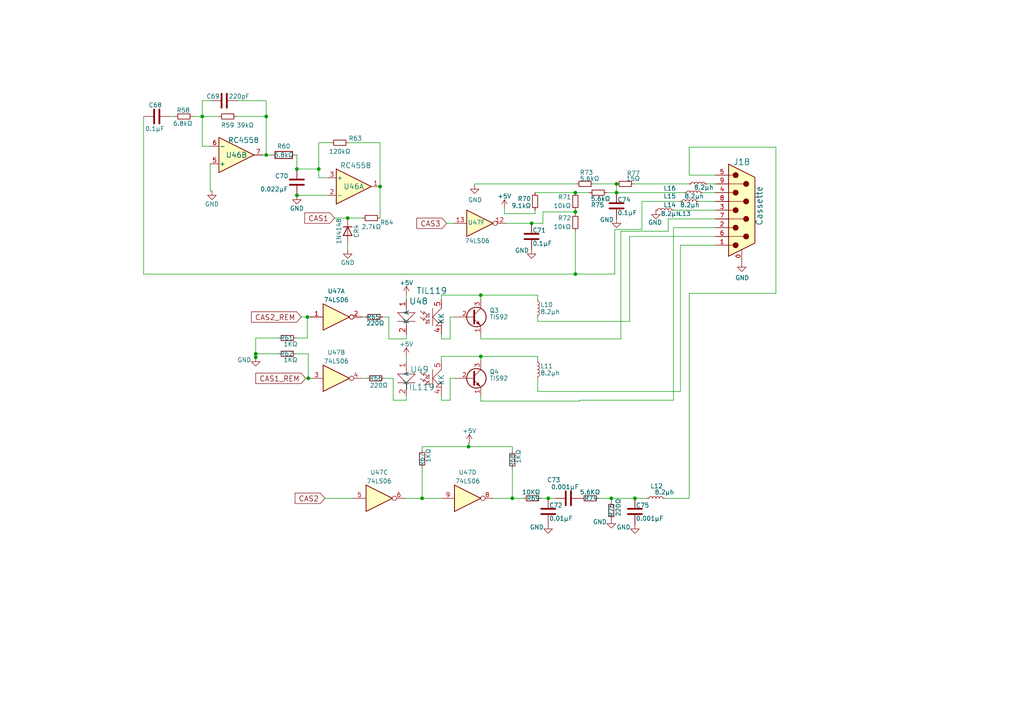
<source format=kicad_sch>
(kicad_sch (version 20211123) (generator eeschema)

  (uuid 2fa005f0-c35b-4e9b-873d-c0fad9fc6354)

  (paper "A4")

  (title_block
    (title "TI-99/22")
    (date "2022-12-26")
    (rev "0.95")
    (company "Dan Werner - https://github.com/danwerner21/ti99_22")
    (comment 1 "Schematic for Keyboard, Joystick and Cassette port.")
    (comment 3 "was based on the HackMac KiCAD Design")
    (comment 4 "Based Robert Krenicki's design which")
    (comment 5 "Original - https://github.com/rkrenicki/TI99-Motherboard")
  )

  (lib_symbols
    (symbol "74xx:74LS06" (pin_names (offset 1.016)) (in_bom yes) (on_board yes)
      (property "Reference" "U" (id 0) (at 0 1.27 0)
        (effects (font (size 1.27 1.27)))
      )
      (property "Value" "74LS06" (id 1) (at 0 -1.27 0)
        (effects (font (size 1.27 1.27)))
      )
      (property "Footprint" "" (id 2) (at 0 0 0)
        (effects (font (size 1.27 1.27)) hide)
      )
      (property "Datasheet" "http://www.ti.com/lit/gpn/sn74LS06" (id 3) (at 0 0 0)
        (effects (font (size 1.27 1.27)) hide)
      )
      (property "ki_locked" "" (id 4) (at 0 0 0)
        (effects (font (size 1.27 1.27)))
      )
      (property "ki_keywords" "TTL not inv OpenCol" (id 5) (at 0 0 0)
        (effects (font (size 1.27 1.27)) hide)
      )
      (property "ki_description" "Inverter Open Collect" (id 6) (at 0 0 0)
        (effects (font (size 1.27 1.27)) hide)
      )
      (property "ki_fp_filters" "DIP*W7.62mm*" (id 7) (at 0 0 0)
        (effects (font (size 1.27 1.27)) hide)
      )
      (symbol "74LS06_1_0"
        (polyline
          (pts
            (xy -3.81 3.81)
            (xy -3.81 -3.81)
            (xy 3.81 0)
            (xy -3.81 3.81)
          )
          (stroke (width 0.254) (type default) (color 0 0 0 0))
          (fill (type background))
        )
        (pin input line (at -7.62 0 0) (length 3.81)
          (name "~" (effects (font (size 1.27 1.27))))
          (number "1" (effects (font (size 1.27 1.27))))
        )
        (pin open_collector inverted (at 7.62 0 180) (length 3.81)
          (name "~" (effects (font (size 1.27 1.27))))
          (number "2" (effects (font (size 1.27 1.27))))
        )
      )
      (symbol "74LS06_2_0"
        (polyline
          (pts
            (xy -3.81 3.81)
            (xy -3.81 -3.81)
            (xy 3.81 0)
            (xy -3.81 3.81)
          )
          (stroke (width 0.254) (type default) (color 0 0 0 0))
          (fill (type background))
        )
        (pin input line (at -7.62 0 0) (length 3.81)
          (name "~" (effects (font (size 1.27 1.27))))
          (number "3" (effects (font (size 1.27 1.27))))
        )
        (pin open_collector inverted (at 7.62 0 180) (length 3.81)
          (name "~" (effects (font (size 1.27 1.27))))
          (number "4" (effects (font (size 1.27 1.27))))
        )
      )
      (symbol "74LS06_3_0"
        (polyline
          (pts
            (xy -3.81 3.81)
            (xy -3.81 -3.81)
            (xy 3.81 0)
            (xy -3.81 3.81)
          )
          (stroke (width 0.254) (type default) (color 0 0 0 0))
          (fill (type background))
        )
        (pin input line (at -7.62 0 0) (length 3.81)
          (name "~" (effects (font (size 1.27 1.27))))
          (number "5" (effects (font (size 1.27 1.27))))
        )
        (pin open_collector inverted (at 7.62 0 180) (length 3.81)
          (name "~" (effects (font (size 1.27 1.27))))
          (number "6" (effects (font (size 1.27 1.27))))
        )
      )
      (symbol "74LS06_4_0"
        (polyline
          (pts
            (xy -3.81 3.81)
            (xy -3.81 -3.81)
            (xy 3.81 0)
            (xy -3.81 3.81)
          )
          (stroke (width 0.254) (type default) (color 0 0 0 0))
          (fill (type background))
        )
        (pin open_collector inverted (at 7.62 0 180) (length 3.81)
          (name "~" (effects (font (size 1.27 1.27))))
          (number "8" (effects (font (size 1.27 1.27))))
        )
        (pin input line (at -7.62 0 0) (length 3.81)
          (name "~" (effects (font (size 1.27 1.27))))
          (number "9" (effects (font (size 1.27 1.27))))
        )
      )
      (symbol "74LS06_5_0"
        (polyline
          (pts
            (xy -3.81 3.81)
            (xy -3.81 -3.81)
            (xy 3.81 0)
            (xy -3.81 3.81)
          )
          (stroke (width 0.254) (type default) (color 0 0 0 0))
          (fill (type background))
        )
        (pin open_collector inverted (at 7.62 0 180) (length 3.81)
          (name "~" (effects (font (size 1.27 1.27))))
          (number "10" (effects (font (size 1.27 1.27))))
        )
        (pin input line (at -7.62 0 0) (length 3.81)
          (name "~" (effects (font (size 1.27 1.27))))
          (number "11" (effects (font (size 1.27 1.27))))
        )
      )
      (symbol "74LS06_6_0"
        (polyline
          (pts
            (xy -3.81 3.81)
            (xy -3.81 -3.81)
            (xy 3.81 0)
            (xy -3.81 3.81)
          )
          (stroke (width 0.254) (type default) (color 0 0 0 0))
          (fill (type background))
        )
        (pin open_collector inverted (at 7.62 0 180) (length 3.81)
          (name "~" (effects (font (size 1.27 1.27))))
          (number "12" (effects (font (size 1.27 1.27))))
        )
        (pin input line (at -7.62 0 0) (length 3.81)
          (name "~" (effects (font (size 1.27 1.27))))
          (number "13" (effects (font (size 1.27 1.27))))
        )
      )
      (symbol "74LS06_7_0"
        (pin power_in line (at 0 12.7 270) (length 5.08)
          (name "VCC" (effects (font (size 1.27 1.27))))
          (number "14" (effects (font (size 1.27 1.27))))
        )
        (pin power_in line (at 0 -12.7 90) (length 5.08)
          (name "GND" (effects (font (size 1.27 1.27))))
          (number "7" (effects (font (size 1.27 1.27))))
        )
      )
      (symbol "74LS06_7_1"
        (rectangle (start -5.08 7.62) (end 5.08 -7.62)
          (stroke (width 0.254) (type default) (color 0 0 0 0))
          (fill (type background))
        )
      )
    )
    (symbol "Amplifier_Operational:RC4558" (pin_names (offset 0.127)) (in_bom yes) (on_board yes)
      (property "Reference" "U" (id 0) (at 0 5.08 0)
        (effects (font (size 1.27 1.27)) (justify left))
      )
      (property "Value" "RC4558" (id 1) (at 0 -5.08 0)
        (effects (font (size 1.27 1.27)) (justify left))
      )
      (property "Footprint" "" (id 2) (at 0 0 0)
        (effects (font (size 1.27 1.27)) hide)
      )
      (property "Datasheet" "http://www.ti.com/lit/ds/symlink/rc4558.pdf" (id 3) (at 0 0 0)
        (effects (font (size 1.27 1.27)) hide)
      )
      (property "ki_locked" "" (id 4) (at 0 0 0)
        (effects (font (size 1.27 1.27)))
      )
      (property "ki_keywords" "dual opamp" (id 5) (at 0 0 0)
        (effects (font (size 1.27 1.27)) hide)
      )
      (property "ki_description" "Dual General Purpose, Operational Amplifier, DIP-8/SOIC-8/SSOP-8" (id 6) (at 0 0 0)
        (effects (font (size 1.27 1.27)) hide)
      )
      (property "ki_fp_filters" "SOIC*3.9x4.9mm*P1.27mm* DIP*W7.62mm* TO*99* OnSemi*Micro8* TSSOP*3x3mm*P0.65mm* TSSOP*4.4x3mm*P0.65mm* MSOP*3x3mm*P0.65mm* SSOP*3.9x4.9mm*P0.635mm* LFCSP*2x2mm*P0.5mm* *SIP* SOIC*5.3x6.2mm*P1.27mm*" (id 7) (at 0 0 0)
        (effects (font (size 1.27 1.27)) hide)
      )
      (symbol "RC4558_1_1"
        (polyline
          (pts
            (xy -5.08 5.08)
            (xy 5.08 0)
            (xy -5.08 -5.08)
            (xy -5.08 5.08)
          )
          (stroke (width 0.254) (type default) (color 0 0 0 0))
          (fill (type background))
        )
        (pin output line (at 7.62 0 180) (length 2.54)
          (name "~" (effects (font (size 1.27 1.27))))
          (number "1" (effects (font (size 1.27 1.27))))
        )
        (pin input line (at -7.62 -2.54 0) (length 2.54)
          (name "-" (effects (font (size 1.27 1.27))))
          (number "2" (effects (font (size 1.27 1.27))))
        )
        (pin input line (at -7.62 2.54 0) (length 2.54)
          (name "+" (effects (font (size 1.27 1.27))))
          (number "3" (effects (font (size 1.27 1.27))))
        )
      )
      (symbol "RC4558_2_1"
        (polyline
          (pts
            (xy -5.08 5.08)
            (xy 5.08 0)
            (xy -5.08 -5.08)
            (xy -5.08 5.08)
          )
          (stroke (width 0.254) (type default) (color 0 0 0 0))
          (fill (type background))
        )
        (pin input line (at -7.62 2.54 0) (length 2.54)
          (name "+" (effects (font (size 1.27 1.27))))
          (number "5" (effects (font (size 1.27 1.27))))
        )
        (pin input line (at -7.62 -2.54 0) (length 2.54)
          (name "-" (effects (font (size 1.27 1.27))))
          (number "6" (effects (font (size 1.27 1.27))))
        )
        (pin output line (at 7.62 0 180) (length 2.54)
          (name "~" (effects (font (size 1.27 1.27))))
          (number "7" (effects (font (size 1.27 1.27))))
        )
      )
      (symbol "RC4558_3_1"
        (pin power_in line (at -2.54 -7.62 90) (length 3.81)
          (name "V-" (effects (font (size 1.27 1.27))))
          (number "4" (effects (font (size 1.27 1.27))))
        )
        (pin power_in line (at -2.54 7.62 270) (length 3.81)
          (name "V+" (effects (font (size 1.27 1.27))))
          (number "8" (effects (font (size 1.27 1.27))))
        )
      )
    )
    (symbol "Connector:DB9_Male_MountingHoles" (pin_names (offset 1.016) hide) (in_bom yes) (on_board yes)
      (property "Reference" "J" (id 0) (at 0 16.51 0)
        (effects (font (size 1.27 1.27)))
      )
      (property "Value" "DB9_Male_MountingHoles" (id 1) (at 0 14.605 0)
        (effects (font (size 1.27 1.27)))
      )
      (property "Footprint" "" (id 2) (at 0 0 0)
        (effects (font (size 1.27 1.27)) hide)
      )
      (property "Datasheet" " ~" (id 3) (at 0 0 0)
        (effects (font (size 1.27 1.27)) hide)
      )
      (property "ki_keywords" "connector male D-SUB" (id 4) (at 0 0 0)
        (effects (font (size 1.27 1.27)) hide)
      )
      (property "ki_description" "9-pin male D-SUB connector, Mounting Hole" (id 5) (at 0 0 0)
        (effects (font (size 1.27 1.27)) hide)
      )
      (property "ki_fp_filters" "DSUB*Male*" (id 6) (at 0 0 0)
        (effects (font (size 1.27 1.27)) hide)
      )
      (symbol "DB9_Male_MountingHoles_0_1"
        (circle (center -1.778 -10.16) (radius 0.762)
          (stroke (width 0) (type default) (color 0 0 0 0))
          (fill (type outline))
        )
        (circle (center -1.778 -5.08) (radius 0.762)
          (stroke (width 0) (type default) (color 0 0 0 0))
          (fill (type outline))
        )
        (circle (center -1.778 0) (radius 0.762)
          (stroke (width 0) (type default) (color 0 0 0 0))
          (fill (type outline))
        )
        (circle (center -1.778 5.08) (radius 0.762)
          (stroke (width 0) (type default) (color 0 0 0 0))
          (fill (type outline))
        )
        (circle (center -1.778 10.16) (radius 0.762)
          (stroke (width 0) (type default) (color 0 0 0 0))
          (fill (type outline))
        )
        (polyline
          (pts
            (xy -3.81 -10.16)
            (xy -2.54 -10.16)
          )
          (stroke (width 0) (type default) (color 0 0 0 0))
          (fill (type none))
        )
        (polyline
          (pts
            (xy -3.81 -7.62)
            (xy 0.508 -7.62)
          )
          (stroke (width 0) (type default) (color 0 0 0 0))
          (fill (type none))
        )
        (polyline
          (pts
            (xy -3.81 -5.08)
            (xy -2.54 -5.08)
          )
          (stroke (width 0) (type default) (color 0 0 0 0))
          (fill (type none))
        )
        (polyline
          (pts
            (xy -3.81 -2.54)
            (xy 0.508 -2.54)
          )
          (stroke (width 0) (type default) (color 0 0 0 0))
          (fill (type none))
        )
        (polyline
          (pts
            (xy -3.81 0)
            (xy -2.54 0)
          )
          (stroke (width 0) (type default) (color 0 0 0 0))
          (fill (type none))
        )
        (polyline
          (pts
            (xy -3.81 2.54)
            (xy 0.508 2.54)
          )
          (stroke (width 0) (type default) (color 0 0 0 0))
          (fill (type none))
        )
        (polyline
          (pts
            (xy -3.81 5.08)
            (xy -2.54 5.08)
          )
          (stroke (width 0) (type default) (color 0 0 0 0))
          (fill (type none))
        )
        (polyline
          (pts
            (xy -3.81 7.62)
            (xy 0.508 7.62)
          )
          (stroke (width 0) (type default) (color 0 0 0 0))
          (fill (type none))
        )
        (polyline
          (pts
            (xy -3.81 10.16)
            (xy -2.54 10.16)
          )
          (stroke (width 0) (type default) (color 0 0 0 0))
          (fill (type none))
        )
        (polyline
          (pts
            (xy -3.81 -13.335)
            (xy -3.81 13.335)
            (xy 3.81 9.525)
            (xy 3.81 -9.525)
            (xy -3.81 -13.335)
          )
          (stroke (width 0.254) (type default) (color 0 0 0 0))
          (fill (type background))
        )
        (circle (center 1.27 -7.62) (radius 0.762)
          (stroke (width 0) (type default) (color 0 0 0 0))
          (fill (type outline))
        )
        (circle (center 1.27 -2.54) (radius 0.762)
          (stroke (width 0) (type default) (color 0 0 0 0))
          (fill (type outline))
        )
        (circle (center 1.27 2.54) (radius 0.762)
          (stroke (width 0) (type default) (color 0 0 0 0))
          (fill (type outline))
        )
        (circle (center 1.27 7.62) (radius 0.762)
          (stroke (width 0) (type default) (color 0 0 0 0))
          (fill (type outline))
        )
      )
      (symbol "DB9_Male_MountingHoles_1_1"
        (pin passive line (at 0 -15.24 90) (length 3.81)
          (name "PAD" (effects (font (size 1.27 1.27))))
          (number "0" (effects (font (size 1.27 1.27))))
        )
        (pin passive line (at -7.62 -10.16 0) (length 3.81)
          (name "1" (effects (font (size 1.27 1.27))))
          (number "1" (effects (font (size 1.27 1.27))))
        )
        (pin passive line (at -7.62 -5.08 0) (length 3.81)
          (name "2" (effects (font (size 1.27 1.27))))
          (number "2" (effects (font (size 1.27 1.27))))
        )
        (pin passive line (at -7.62 0 0) (length 3.81)
          (name "3" (effects (font (size 1.27 1.27))))
          (number "3" (effects (font (size 1.27 1.27))))
        )
        (pin passive line (at -7.62 5.08 0) (length 3.81)
          (name "4" (effects (font (size 1.27 1.27))))
          (number "4" (effects (font (size 1.27 1.27))))
        )
        (pin passive line (at -7.62 10.16 0) (length 3.81)
          (name "5" (effects (font (size 1.27 1.27))))
          (number "5" (effects (font (size 1.27 1.27))))
        )
        (pin passive line (at -7.62 -7.62 0) (length 3.81)
          (name "6" (effects (font (size 1.27 1.27))))
          (number "6" (effects (font (size 1.27 1.27))))
        )
        (pin passive line (at -7.62 -2.54 0) (length 3.81)
          (name "7" (effects (font (size 1.27 1.27))))
          (number "7" (effects (font (size 1.27 1.27))))
        )
        (pin passive line (at -7.62 2.54 0) (length 3.81)
          (name "8" (effects (font (size 1.27 1.27))))
          (number "8" (effects (font (size 1.27 1.27))))
        )
        (pin passive line (at -7.62 7.62 0) (length 3.81)
          (name "9" (effects (font (size 1.27 1.27))))
          (number "9" (effects (font (size 1.27 1.27))))
        )
      )
    )
    (symbol "Device:C" (pin_numbers hide) (pin_names (offset 0.254)) (in_bom yes) (on_board yes)
      (property "Reference" "C" (id 0) (at 0.635 2.54 0)
        (effects (font (size 1.27 1.27)) (justify left))
      )
      (property "Value" "C" (id 1) (at 0.635 -2.54 0)
        (effects (font (size 1.27 1.27)) (justify left))
      )
      (property "Footprint" "" (id 2) (at 0.9652 -3.81 0)
        (effects (font (size 1.27 1.27)) hide)
      )
      (property "Datasheet" "~" (id 3) (at 0 0 0)
        (effects (font (size 1.27 1.27)) hide)
      )
      (property "ki_keywords" "cap capacitor" (id 4) (at 0 0 0)
        (effects (font (size 1.27 1.27)) hide)
      )
      (property "ki_description" "Unpolarized capacitor" (id 5) (at 0 0 0)
        (effects (font (size 1.27 1.27)) hide)
      )
      (property "ki_fp_filters" "C_*" (id 6) (at 0 0 0)
        (effects (font (size 1.27 1.27)) hide)
      )
      (symbol "C_0_1"
        (polyline
          (pts
            (xy -2.032 -0.762)
            (xy 2.032 -0.762)
          )
          (stroke (width 0.508) (type default) (color 0 0 0 0))
          (fill (type none))
        )
        (polyline
          (pts
            (xy -2.032 0.762)
            (xy 2.032 0.762)
          )
          (stroke (width 0.508) (type default) (color 0 0 0 0))
          (fill (type none))
        )
      )
      (symbol "C_1_1"
        (pin passive line (at 0 3.81 270) (length 2.794)
          (name "~" (effects (font (size 1.27 1.27))))
          (number "1" (effects (font (size 1.27 1.27))))
        )
        (pin passive line (at 0 -3.81 90) (length 2.794)
          (name "~" (effects (font (size 1.27 1.27))))
          (number "2" (effects (font (size 1.27 1.27))))
        )
      )
    )
    (symbol "Device:D" (pin_numbers hide) (pin_names (offset 1.016) hide) (in_bom yes) (on_board yes)
      (property "Reference" "D" (id 0) (at 0 2.54 0)
        (effects (font (size 1.27 1.27)))
      )
      (property "Value" "D" (id 1) (at 0 -2.54 0)
        (effects (font (size 1.27 1.27)))
      )
      (property "Footprint" "" (id 2) (at 0 0 0)
        (effects (font (size 1.27 1.27)) hide)
      )
      (property "Datasheet" "~" (id 3) (at 0 0 0)
        (effects (font (size 1.27 1.27)) hide)
      )
      (property "ki_keywords" "diode" (id 4) (at 0 0 0)
        (effects (font (size 1.27 1.27)) hide)
      )
      (property "ki_description" "Diode" (id 5) (at 0 0 0)
        (effects (font (size 1.27 1.27)) hide)
      )
      (property "ki_fp_filters" "TO-???* *_Diode_* *SingleDiode* D_*" (id 6) (at 0 0 0)
        (effects (font (size 1.27 1.27)) hide)
      )
      (symbol "D_0_1"
        (polyline
          (pts
            (xy -1.27 1.27)
            (xy -1.27 -1.27)
          )
          (stroke (width 0.254) (type default) (color 0 0 0 0))
          (fill (type none))
        )
        (polyline
          (pts
            (xy 1.27 0)
            (xy -1.27 0)
          )
          (stroke (width 0) (type default) (color 0 0 0 0))
          (fill (type none))
        )
        (polyline
          (pts
            (xy 1.27 1.27)
            (xy 1.27 -1.27)
            (xy -1.27 0)
            (xy 1.27 1.27)
          )
          (stroke (width 0.254) (type default) (color 0 0 0 0))
          (fill (type none))
        )
      )
      (symbol "D_1_1"
        (pin passive line (at -3.81 0 0) (length 2.54)
          (name "K" (effects (font (size 1.27 1.27))))
          (number "1" (effects (font (size 1.27 1.27))))
        )
        (pin passive line (at 3.81 0 180) (length 2.54)
          (name "A" (effects (font (size 1.27 1.27))))
          (number "2" (effects (font (size 1.27 1.27))))
        )
      )
    )
    (symbol "Device:L_Small" (pin_numbers hide) (pin_names (offset 0.254) hide) (in_bom yes) (on_board yes)
      (property "Reference" "L" (id 0) (at 0.762 1.016 0)
        (effects (font (size 1.27 1.27)) (justify left))
      )
      (property "Value" "L_Small" (id 1) (at 0.762 -1.016 0)
        (effects (font (size 1.27 1.27)) (justify left))
      )
      (property "Footprint" "" (id 2) (at 0 0 0)
        (effects (font (size 1.27 1.27)) hide)
      )
      (property "Datasheet" "~" (id 3) (at 0 0 0)
        (effects (font (size 1.27 1.27)) hide)
      )
      (property "ki_keywords" "inductor choke coil reactor magnetic" (id 4) (at 0 0 0)
        (effects (font (size 1.27 1.27)) hide)
      )
      (property "ki_description" "Inductor, small symbol" (id 5) (at 0 0 0)
        (effects (font (size 1.27 1.27)) hide)
      )
      (property "ki_fp_filters" "Choke_* *Coil* Inductor_* L_*" (id 6) (at 0 0 0)
        (effects (font (size 1.27 1.27)) hide)
      )
      (symbol "L_Small_0_1"
        (arc (start 0 -2.032) (mid 0.508 -1.524) (end 0 -1.016)
          (stroke (width 0) (type default) (color 0 0 0 0))
          (fill (type none))
        )
        (arc (start 0 -1.016) (mid 0.508 -0.508) (end 0 0)
          (stroke (width 0) (type default) (color 0 0 0 0))
          (fill (type none))
        )
        (arc (start 0 0) (mid 0.508 0.508) (end 0 1.016)
          (stroke (width 0) (type default) (color 0 0 0 0))
          (fill (type none))
        )
        (arc (start 0 1.016) (mid 0.508 1.524) (end 0 2.032)
          (stroke (width 0) (type default) (color 0 0 0 0))
          (fill (type none))
        )
      )
      (symbol "L_Small_1_1"
        (pin passive line (at 0 2.54 270) (length 0.508)
          (name "~" (effects (font (size 1.27 1.27))))
          (number "1" (effects (font (size 1.27 1.27))))
        )
        (pin passive line (at 0 -2.54 90) (length 0.508)
          (name "~" (effects (font (size 1.27 1.27))))
          (number "2" (effects (font (size 1.27 1.27))))
        )
      )
    )
    (symbol "Device:Q_NPN_EBC" (pin_names (offset 0) hide) (in_bom yes) (on_board yes)
      (property "Reference" "Q" (id 0) (at 5.08 1.27 0)
        (effects (font (size 1.27 1.27)) (justify left))
      )
      (property "Value" "Q_NPN_EBC" (id 1) (at 5.08 -1.27 0)
        (effects (font (size 1.27 1.27)) (justify left))
      )
      (property "Footprint" "" (id 2) (at 5.08 2.54 0)
        (effects (font (size 1.27 1.27)) hide)
      )
      (property "Datasheet" "~" (id 3) (at 0 0 0)
        (effects (font (size 1.27 1.27)) hide)
      )
      (property "ki_keywords" "transistor NPN" (id 4) (at 0 0 0)
        (effects (font (size 1.27 1.27)) hide)
      )
      (property "ki_description" "NPN transistor, emitter/base/collector" (id 5) (at 0 0 0)
        (effects (font (size 1.27 1.27)) hide)
      )
      (symbol "Q_NPN_EBC_0_1"
        (polyline
          (pts
            (xy 0.635 0.635)
            (xy 2.54 2.54)
          )
          (stroke (width 0) (type default) (color 0 0 0 0))
          (fill (type none))
        )
        (polyline
          (pts
            (xy 0.635 -0.635)
            (xy 2.54 -2.54)
            (xy 2.54 -2.54)
          )
          (stroke (width 0) (type default) (color 0 0 0 0))
          (fill (type none))
        )
        (polyline
          (pts
            (xy 0.635 1.905)
            (xy 0.635 -1.905)
            (xy 0.635 -1.905)
          )
          (stroke (width 0.508) (type default) (color 0 0 0 0))
          (fill (type none))
        )
        (polyline
          (pts
            (xy 1.27 -1.778)
            (xy 1.778 -1.27)
            (xy 2.286 -2.286)
            (xy 1.27 -1.778)
            (xy 1.27 -1.778)
          )
          (stroke (width 0) (type default) (color 0 0 0 0))
          (fill (type outline))
        )
        (circle (center 1.27 0) (radius 2.8194)
          (stroke (width 0.254) (type default) (color 0 0 0 0))
          (fill (type none))
        )
      )
      (symbol "Q_NPN_EBC_1_1"
        (pin passive line (at 2.54 -5.08 90) (length 2.54)
          (name "E" (effects (font (size 1.27 1.27))))
          (number "1" (effects (font (size 1.27 1.27))))
        )
        (pin passive line (at -5.08 0 0) (length 5.715)
          (name "B" (effects (font (size 1.27 1.27))))
          (number "2" (effects (font (size 1.27 1.27))))
        )
        (pin passive line (at 2.54 5.08 270) (length 2.54)
          (name "C" (effects (font (size 1.27 1.27))))
          (number "3" (effects (font (size 1.27 1.27))))
        )
      )
    )
    (symbol "Device:R" (pin_numbers hide) (pin_names (offset 0)) (in_bom yes) (on_board yes)
      (property "Reference" "R" (id 0) (at 2.032 0 90)
        (effects (font (size 1.27 1.27)))
      )
      (property "Value" "R" (id 1) (at 0 0 90)
        (effects (font (size 1.27 1.27)))
      )
      (property "Footprint" "" (id 2) (at -1.778 0 90)
        (effects (font (size 1.27 1.27)) hide)
      )
      (property "Datasheet" "~" (id 3) (at 0 0 0)
        (effects (font (size 1.27 1.27)) hide)
      )
      (property "ki_keywords" "R res resistor" (id 4) (at 0 0 0)
        (effects (font (size 1.27 1.27)) hide)
      )
      (property "ki_description" "Resistor" (id 5) (at 0 0 0)
        (effects (font (size 1.27 1.27)) hide)
      )
      (property "ki_fp_filters" "R_*" (id 6) (at 0 0 0)
        (effects (font (size 1.27 1.27)) hide)
      )
      (symbol "R_0_1"
        (rectangle (start -1.016 -2.54) (end 1.016 2.54)
          (stroke (width 0.254) (type default) (color 0 0 0 0))
          (fill (type none))
        )
      )
      (symbol "R_1_1"
        (pin passive line (at 0 3.81 270) (length 1.27)
          (name "~" (effects (font (size 1.27 1.27))))
          (number "1" (effects (font (size 1.27 1.27))))
        )
        (pin passive line (at 0 -3.81 90) (length 1.27)
          (name "~" (effects (font (size 1.27 1.27))))
          (number "2" (effects (font (size 1.27 1.27))))
        )
      )
    )
    (symbol "Device:R_Small" (pin_numbers hide) (pin_names (offset 0.254) hide) (in_bom yes) (on_board yes)
      (property "Reference" "R" (id 0) (at 0.762 0.508 0)
        (effects (font (size 1.27 1.27)) (justify left))
      )
      (property "Value" "R_Small" (id 1) (at 0.762 -1.016 0)
        (effects (font (size 1.27 1.27)) (justify left))
      )
      (property "Footprint" "" (id 2) (at 0 0 0)
        (effects (font (size 1.27 1.27)) hide)
      )
      (property "Datasheet" "~" (id 3) (at 0 0 0)
        (effects (font (size 1.27 1.27)) hide)
      )
      (property "ki_keywords" "R resistor" (id 4) (at 0 0 0)
        (effects (font (size 1.27 1.27)) hide)
      )
      (property "ki_description" "Resistor, small symbol" (id 5) (at 0 0 0)
        (effects (font (size 1.27 1.27)) hide)
      )
      (property "ki_fp_filters" "R_*" (id 6) (at 0 0 0)
        (effects (font (size 1.27 1.27)) hide)
      )
      (symbol "R_Small_0_1"
        (rectangle (start -0.762 1.778) (end 0.762 -1.778)
          (stroke (width 0.2032) (type default) (color 0 0 0 0))
          (fill (type none))
        )
      )
      (symbol "R_Small_1_1"
        (pin passive line (at 0 2.54 270) (length 0.762)
          (name "~" (effects (font (size 1.27 1.27))))
          (number "1" (effects (font (size 1.27 1.27))))
        )
        (pin passive line (at 0 -2.54 90) (length 0.762)
          (name "~" (effects (font (size 1.27 1.27))))
          (number "2" (effects (font (size 1.27 1.27))))
        )
      )
    )
    (symbol "Werner_custom:TIL119" (in_bom yes) (on_board yes)
      (property "Reference" "U" (id 0) (at 0 3.81 0)
        (effects (font (size 1.27 1.27)))
      )
      (property "Value" "TIL119" (id 1) (at 0 -3.81 0)
        (effects (font (size 1.27 1.27)))
      )
      (property "Footprint" "" (id 2) (at 0 0 0)
        (effects (font (size 1.27 1.27)) hide)
      )
      (property "Datasheet" "" (id 3) (at 0 0 0)
        (effects (font (size 1.27 1.27)) hide)
      )
      (symbol "TIL119_0_1"
        (polyline
          (pts
            (xy -6.35 1.27)
            (xy -1.27 1.27)
          )
          (stroke (width 0) (type default) (color 0 0 0 0))
          (fill (type none))
        )
        (polyline
          (pts
            (xy -3.81 -2.54)
            (xy -3.81 -1.27)
          )
          (stroke (width 0) (type default) (color 0 0 0 0))
          (fill (type none))
        )
        (polyline
          (pts
            (xy -3.81 -1.27)
            (xy -6.35 1.27)
          )
          (stroke (width 0) (type default) (color 0 0 0 0))
          (fill (type none))
        )
        (polyline
          (pts
            (xy -3.81 2.54)
            (xy -3.81 1.27)
          )
          (stroke (width 0) (type default) (color 0 0 0 0))
          (fill (type none))
        )
        (polyline
          (pts
            (xy -1.27 -1.27)
            (xy -6.35 -1.27)
          )
          (stroke (width 0) (type default) (color 0 0 0 0))
          (fill (type none))
        )
        (polyline
          (pts
            (xy -1.27 1.27)
            (xy -3.81 -1.27)
          )
          (stroke (width 0) (type default) (color 0 0 0 0))
          (fill (type none))
        )
        (polyline
          (pts
            (xy 1.27 -0.9906)
            (xy 0.2286 0)
          )
          (stroke (width 0) (type default) (color 0 0 0 0))
          (fill (type none))
        )
        (polyline
          (pts
            (xy 1.27 -0.254)
            (xy 1.27 -0.9906)
          )
          (stroke (width 0) (type default) (color 0 0 0 0))
          (fill (type none))
        )
        (polyline
          (pts
            (xy 1.27 0.7874)
            (xy 0.2286 1.778)
          )
          (stroke (width 0) (type default) (color 0 0 0 0))
          (fill (type none))
        )
        (polyline
          (pts
            (xy 1.27 1.524)
            (xy 1.27 0.7874)
          )
          (stroke (width 0) (type default) (color 0 0 0 0))
          (fill (type none))
        )
        (polyline
          (pts
            (xy 1.778 -1.778)
            (xy 2.7686 -0.7366)
          )
          (stroke (width 0) (type default) (color 0 0 0 0))
          (fill (type none))
        )
        (polyline
          (pts
            (xy 1.778 0)
            (xy 2.7686 1.016)
          )
          (stroke (width 0) (type default) (color 0 0 0 0))
          (fill (type none))
        )
        (polyline
          (pts
            (xy 2.286 -1.27)
            (xy 1.27 -0.254)
          )
          (stroke (width 0) (type default) (color 0 0 0 0))
          (fill (type none))
        )
        (polyline
          (pts
            (xy 2.286 0.508)
            (xy 1.27 1.524)
          )
          (stroke (width 0) (type default) (color 0 0 0 0))
          (fill (type none))
        )
        (polyline
          (pts
            (xy 2.7686 -1.778)
            (xy 1.778 -1.778)
          )
          (stroke (width 0) (type default) (color 0 0 0 0))
          (fill (type none))
        )
        (polyline
          (pts
            (xy 2.7686 -0.7366)
            (xy 2.7686 -1.778)
          )
          (stroke (width 0) (type default) (color 0 0 0 0))
          (fill (type none))
        )
        (polyline
          (pts
            (xy 2.7686 0)
            (xy 1.778 0)
          )
          (stroke (width 0) (type default) (color 0 0 0 0))
          (fill (type none))
        )
        (polyline
          (pts
            (xy 2.7686 1.016)
            (xy 2.7686 0)
          )
          (stroke (width 0) (type default) (color 0 0 0 0))
          (fill (type none))
        )
        (polyline
          (pts
            (xy 3.81 0)
            (xy 6.35 2.54)
          )
          (stroke (width 0) (type default) (color 0 0 0 0))
          (fill (type none))
        )
        (polyline
          (pts
            (xy 3.81 2.54)
            (xy 3.81 -2.54)
          )
          (stroke (width 0) (type default) (color 0 0 0 0))
          (fill (type none))
        )
        (polyline
          (pts
            (xy 4.826 -2.54)
            (xy 6.35 -2.54)
          )
          (stroke (width 0) (type default) (color 0 0 0 0))
          (fill (type none))
        )
        (polyline
          (pts
            (xy 5.5626 -1.778)
            (xy 3.81 0)
          )
          (stroke (width 0) (type default) (color 0 0 0 0))
          (fill (type none))
        )
        (polyline
          (pts
            (xy 6.35 -2.54)
            (xy 6.35 -0.9906)
          )
          (stroke (width 0) (type default) (color 0 0 0 0))
          (fill (type none))
        )
        (polyline
          (pts
            (xy 6.35 -0.9906)
            (xy 4.826 -2.54)
          )
          (stroke (width 0) (type default) (color 0 0 0 0))
          (fill (type none))
        )
      )
      (symbol "TIL119_1_1"
        (pin passive line (at -3.81 5.08 270) (length 2.54)
          (name "A" (effects (font (size 1.524 1.524))))
          (number "1" (effects (font (size 1.524 1.524))))
        )
        (pin passive line (at -3.81 -5.08 90) (length 2.54)
          (name "K" (effects (font (size 1.524 1.524))))
          (number "2" (effects (font (size 1.524 1.524))))
        )
        (pin passive line (at 6.35 -5.08 90) (length 2.54)
          (name "KK" (effects (font (size 1.524 1.524))))
          (number "4" (effects (font (size 1.524 1.524))))
        )
        (pin passive line (at 6.35 5.08 270) (length 2.54)
          (name "~" (effects (font (size 1.524 1.524))))
          (number "5" (effects (font (size 1.524 1.524))))
        )
      )
    )
    (symbol "power:+5V" (power) (pin_names (offset 0)) (in_bom yes) (on_board yes)
      (property "Reference" "#PWR" (id 0) (at 0 -3.81 0)
        (effects (font (size 1.27 1.27)) hide)
      )
      (property "Value" "+5V" (id 1) (at 0 3.556 0)
        (effects (font (size 1.27 1.27)))
      )
      (property "Footprint" "" (id 2) (at 0 0 0)
        (effects (font (size 1.27 1.27)) hide)
      )
      (property "Datasheet" "" (id 3) (at 0 0 0)
        (effects (font (size 1.27 1.27)) hide)
      )
      (property "ki_keywords" "power-flag" (id 4) (at 0 0 0)
        (effects (font (size 1.27 1.27)) hide)
      )
      (property "ki_description" "Power symbol creates a global label with name \"+5V\"" (id 5) (at 0 0 0)
        (effects (font (size 1.27 1.27)) hide)
      )
      (symbol "+5V_0_1"
        (polyline
          (pts
            (xy -0.762 1.27)
            (xy 0 2.54)
          )
          (stroke (width 0) (type default) (color 0 0 0 0))
          (fill (type none))
        )
        (polyline
          (pts
            (xy 0 0)
            (xy 0 2.54)
          )
          (stroke (width 0) (type default) (color 0 0 0 0))
          (fill (type none))
        )
        (polyline
          (pts
            (xy 0 2.54)
            (xy 0.762 1.27)
          )
          (stroke (width 0) (type default) (color 0 0 0 0))
          (fill (type none))
        )
      )
      (symbol "+5V_1_1"
        (pin power_in line (at 0 0 90) (length 0) hide
          (name "+5V" (effects (font (size 1.27 1.27))))
          (number "1" (effects (font (size 1.27 1.27))))
        )
      )
    )
    (symbol "power:GND" (power) (pin_names (offset 0)) (in_bom yes) (on_board yes)
      (property "Reference" "#PWR" (id 0) (at 0 -6.35 0)
        (effects (font (size 1.27 1.27)) hide)
      )
      (property "Value" "GND" (id 1) (at 0 -3.81 0)
        (effects (font (size 1.27 1.27)))
      )
      (property "Footprint" "" (id 2) (at 0 0 0)
        (effects (font (size 1.27 1.27)) hide)
      )
      (property "Datasheet" "" (id 3) (at 0 0 0)
        (effects (font (size 1.27 1.27)) hide)
      )
      (property "ki_keywords" "power-flag" (id 4) (at 0 0 0)
        (effects (font (size 1.27 1.27)) hide)
      )
      (property "ki_description" "Power symbol creates a global label with name \"GND\" , ground" (id 5) (at 0 0 0)
        (effects (font (size 1.27 1.27)) hide)
      )
      (symbol "GND_0_1"
        (polyline
          (pts
            (xy 0 0)
            (xy 0 -1.27)
            (xy 1.27 -1.27)
            (xy 0 -2.54)
            (xy -1.27 -1.27)
            (xy 0 -1.27)
          )
          (stroke (width 0) (type default) (color 0 0 0 0))
          (fill (type none))
        )
      )
      (symbol "GND_1_1"
        (pin power_in line (at 0 0 270) (length 0) hide
          (name "GND" (effects (font (size 1.27 1.27))))
          (number "1" (effects (font (size 1.27 1.27))))
        )
      )
    )
  )

  (junction (at 100.838 63.246) (diameter 0) (color 0 0 0 0)
    (uuid 07bd24f8-e47a-44ff-b259-3c75f64256b9)
  )
  (junction (at 89.408 109.728) (diameter 0) (color 0 0 0 0)
    (uuid 11757a4e-4eb7-4ca4-918e-a4b81528467f)
  )
  (junction (at 166.878 79.502) (diameter 0) (color 0 0 0 0)
    (uuid 2f578ac4-4092-4bcf-95e4-fb0c260e02bb)
  )
  (junction (at 178.816 53.34) (diameter 0) (color 0 0 0 0)
    (uuid 3ef9971d-200c-479d-a52d-b4d8c48f544f)
  )
  (junction (at 177.292 144.526) (diameter 0) (color 0 0 0 0)
    (uuid 57807fab-da2a-4fb1-bf24-7d5d6de6b85e)
  )
  (junction (at 139.446 85.598) (diameter 0) (color 0 0 0 0)
    (uuid 5b3c6dc2-0a81-4d2b-b252-4b6f9427b819)
  )
  (junction (at 159.004 144.526) (diameter 0) (color 0 0 0 0)
    (uuid 5c3641a0-5165-49d5-8564-535f2488e88e)
  )
  (junction (at 74.168 102.616) (diameter 0) (color 0 0 0 0)
    (uuid 5c9fd251-572a-4ca4-aa46-392de5d18df5)
  )
  (junction (at 135.89 129.54) (diameter 0) (color 0 0 0 0)
    (uuid 5f370b75-7d53-4726-b7cc-c9f95e0aa054)
  )
  (junction (at 178.816 55.88) (diameter 0) (color 0 0 0 0)
    (uuid 5f48d637-438a-492c-8ec5-15daf9371576)
  )
  (junction (at 166.878 55.88) (diameter 0) (color 0 0 0 0)
    (uuid 62d4e9f2-2d5e-447e-b96a-84e372f347f6)
  )
  (junction (at 58.674 33.782) (diameter 0) (color 0 0 0 0)
    (uuid 6c50f52e-9f15-45e4-95f7-e4eef40edb40)
  )
  (junction (at 86.106 56.642) (diameter 0) (color 0 0 0 0)
    (uuid 7cf06c68-b1c0-4cc8-a22c-7f349b17fb28)
  )
  (junction (at 122.428 144.526) (diameter 0) (color 0 0 0 0)
    (uuid 88429733-0fd4-4af0-8938-e6901ab7b871)
  )
  (junction (at 92.456 49.022) (diameter 0) (color 0 0 0 0)
    (uuid 8adc3207-194b-4d0c-b1a5-5e2305c8aad0)
  )
  (junction (at 184.15 144.526) (diameter 0) (color 0 0 0 0)
    (uuid a54dfa0c-228b-413c-8892-67aa1ff9a60d)
  )
  (junction (at 154.178 64.77) (diameter 0) (color 0 0 0 0)
    (uuid a695386b-9ab2-4a22-abea-088d6389909e)
  )
  (junction (at 86.106 49.022) (diameter 0) (color 0 0 0 0)
    (uuid a96e13ca-bd1b-4d1c-9e92-8e02231eebda)
  )
  (junction (at 139.446 103.378) (diameter 0) (color 0 0 0 0)
    (uuid adc2654f-de8d-48b1-a33f-05ea7cbfeedc)
  )
  (junction (at 166.878 61.468) (diameter 0) (color 0 0 0 0)
    (uuid af87981c-70ae-439d-8e0f-55d9ff7e6407)
  )
  (junction (at 77.216 44.958) (diameter 0) (color 0 0 0 0)
    (uuid b9c1c91f-4f2f-4294-81ea-d81c10956a3f)
  )
  (junction (at 110.236 54.102) (diameter 0) (color 0 0 0 0)
    (uuid be328aa6-fb48-4cf6-a1e7-44940721bd97)
  )
  (junction (at 77.216 33.782) (diameter 0) (color 0 0 0 0)
    (uuid c7212eca-7d01-45ba-8036-1f28c1d87340)
  )
  (junction (at 89.154 91.948) (diameter 0) (color 0 0 0 0)
    (uuid de48c63c-c6e7-4f94-971f-4867f01f239c)
  )
  (junction (at 74.168 103.632) (diameter 0) (color 0 0 0 0)
    (uuid e0beec7a-8852-4c23-a346-a42008778b32)
  )
  (junction (at 148.59 144.526) (diameter 0) (color 0 0 0 0)
    (uuid f55f2e7e-c547-4636-9f7a-17f1f23b8626)
  )

  (wire (pts (xy 74.168 102.616) (xy 80.772 102.616))
    (stroke (width 0) (type default) (color 0 0 0 0))
    (uuid 019def08-98e5-464a-95eb-268e8ff06099)
  )
  (wire (pts (xy 195.326 60.96) (xy 207.518 60.96))
    (stroke (width 0) (type default) (color 0 0 0 0))
    (uuid 01b57ac7-8269-4e51-bab9-513115322f17)
  )
  (wire (pts (xy 110.236 54.102) (xy 110.236 41.402))
    (stroke (width 0) (type default) (color 0 0 0 0))
    (uuid 04da8ed3-8179-47c3-8233-3b5a63e08646)
  )
  (wire (pts (xy 85.852 102.616) (xy 89.408 102.616))
    (stroke (width 0) (type default) (color 0 0 0 0))
    (uuid 06b4cfb2-0dcd-4aee-bb1d-283503fe5318)
  )
  (wire (pts (xy 204.978 53.34) (xy 207.518 53.34))
    (stroke (width 0) (type default) (color 0 0 0 0))
    (uuid 06f81fae-c6ba-434b-bce1-90914b514337)
  )
  (wire (pts (xy 86.106 49.022) (xy 92.456 49.022))
    (stroke (width 0) (type default) (color 0 0 0 0))
    (uuid 07a00fbc-4ce3-4be7-a84a-0a1ededa3641)
  )
  (wire (pts (xy 199.898 42.672) (xy 225.044 42.672))
    (stroke (width 0) (type default) (color 0 0 0 0))
    (uuid 0996fccc-5ad8-417e-8279-ce9e2bb96c53)
  )
  (wire (pts (xy 105.156 109.728) (xy 106.426 109.728))
    (stroke (width 0) (type default) (color 0 0 0 0))
    (uuid 0aa2df85-c028-4710-8202-cb806ea2f7c9)
  )
  (wire (pts (xy 192.786 144.526) (xy 199.898 144.526))
    (stroke (width 0) (type default) (color 0 0 0 0))
    (uuid 0b896bed-b732-4773-a567-ba87ea20573b)
  )
  (wire (pts (xy 157.48 61.468) (xy 157.48 64.77))
    (stroke (width 0) (type default) (color 0 0 0 0))
    (uuid 0bda00bd-5157-411c-9e11-80891f6d432c)
  )
  (wire (pts (xy 202.438 58.42) (xy 207.518 58.42))
    (stroke (width 0) (type default) (color 0 0 0 0))
    (uuid 0fcf2d7c-94b8-4290-84a4-c3b2daf63385)
  )
  (wire (pts (xy 117.856 85.598) (xy 117.856 86.868))
    (stroke (width 0) (type default) (color 0 0 0 0))
    (uuid 10607f8a-5b32-48b5-a8d8-ad8a88e2d134)
  )
  (wire (pts (xy 172.212 53.34) (xy 178.816 53.34))
    (stroke (width 0) (type default) (color 0 0 0 0))
    (uuid 133ead19-3d23-487e-a214-9a74320be9b6)
  )
  (wire (pts (xy 92.456 49.022) (xy 92.456 51.562))
    (stroke (width 0) (type default) (color 0 0 0 0))
    (uuid 136f8428-06da-4a7e-9107-84ca9589fab7)
  )
  (wire (pts (xy 155.956 113.538) (xy 197.358 113.538))
    (stroke (width 0) (type default) (color 0 0 0 0))
    (uuid 139a0e8c-7a1a-40d2-a9a7-03083c1ba32f)
  )
  (wire (pts (xy 168.148 116.078) (xy 168.148 116.332))
    (stroke (width 0) (type default) (color 0 0 0 0))
    (uuid 14a36961-6058-4e9c-95ae-d664b91ce162)
  )
  (wire (pts (xy 122.428 144.526) (xy 128.016 144.526))
    (stroke (width 0) (type default) (color 0 0 0 0))
    (uuid 1583a037-b843-49dd-918b-169b6b98fbcc)
  )
  (wire (pts (xy 166.878 55.88) (xy 170.942 55.88))
    (stroke (width 0) (type default) (color 0 0 0 0))
    (uuid 15f2e063-840a-4744-a272-0113480269e5)
  )
  (wire (pts (xy 128.016 97.028) (xy 128.016 98.298))
    (stroke (width 0) (type default) (color 0 0 0 0))
    (uuid 1678599b-dd3d-4725-af16-7b0ec024c3db)
  )
  (wire (pts (xy 58.674 33.782) (xy 63.5 33.782))
    (stroke (width 0) (type default) (color 0 0 0 0))
    (uuid 17496f93-15dc-4f31-8a6c-33fdc38db4ad)
  )
  (wire (pts (xy 195.326 116.078) (xy 168.148 116.078))
    (stroke (width 0) (type default) (color 0 0 0 0))
    (uuid 18715e67-d062-4da1-aabf-8445314c2980)
  )
  (wire (pts (xy 129.54 64.77) (xy 131.572 64.77))
    (stroke (width 0) (type default) (color 0 0 0 0))
    (uuid 1b4f43a3-85e4-4a93-9b18-b48f05419ce2)
  )
  (wire (pts (xy 77.216 29.21) (xy 77.216 33.782))
    (stroke (width 0) (type default) (color 0 0 0 0))
    (uuid 1b76aa90-d302-43de-898e-26ee0075fe81)
  )
  (wire (pts (xy 68.834 29.21) (xy 77.216 29.21))
    (stroke (width 0) (type default) (color 0 0 0 0))
    (uuid 1f7fa3fa-9e03-4bab-9c43-9114a1bf467d)
  )
  (wire (pts (xy 186.182 66.548) (xy 178.308 66.548))
    (stroke (width 0) (type default) (color 0 0 0 0))
    (uuid 1f924285-adb0-4050-a12b-aab6a9a07d38)
  )
  (wire (pts (xy 197.358 71.12) (xy 197.358 113.538))
    (stroke (width 0) (type default) (color 0 0 0 0))
    (uuid 20331c7f-0546-4712-b7dd-0c93104ed98c)
  )
  (wire (pts (xy 117.856 103.378) (xy 117.856 104.648))
    (stroke (width 0) (type default) (color 0 0 0 0))
    (uuid 2144eea0-d236-48ca-8319-424fd7d1b994)
  )
  (wire (pts (xy 178.816 55.88) (xy 178.816 53.34))
    (stroke (width 0) (type default) (color 0 0 0 0))
    (uuid 21abdfac-7a87-43e5-afe0-e7e573f3b177)
  )
  (wire (pts (xy 177.292 144.526) (xy 184.15 144.526))
    (stroke (width 0) (type default) (color 0 0 0 0))
    (uuid 22bcbb43-8fa1-44ae-a067-1c33a1846a12)
  )
  (wire (pts (xy 197.358 71.12) (xy 207.518 71.12))
    (stroke (width 0) (type default) (color 0 0 0 0))
    (uuid 264d6b1b-632b-4c5c-9bd5-3da7681cbf38)
  )
  (wire (pts (xy 139.446 97.028) (xy 139.446 98.298))
    (stroke (width 0) (type default) (color 0 0 0 0))
    (uuid 265e6843-43bf-4f28-926d-2af1908a34bb)
  )
  (wire (pts (xy 166.878 61.468) (xy 157.48 61.468))
    (stroke (width 0) (type default) (color 0 0 0 0))
    (uuid 2ebc7e47-4c2b-466c-b1cd-980e359cd94c)
  )
  (wire (pts (xy 186.182 58.42) (xy 197.358 58.42))
    (stroke (width 0) (type default) (color 0 0 0 0))
    (uuid 30dcbf4c-b043-4503-a09e-282eb004ade5)
  )
  (wire (pts (xy 135.89 128.524) (xy 136.144 128.524))
    (stroke (width 0) (type default) (color 0 0 0 0))
    (uuid 31361c03-e57c-4b85-9ada-dff8f73eb8a7)
  )
  (wire (pts (xy 166.878 79.502) (xy 166.878 67.056))
    (stroke (width 0) (type default) (color 0 0 0 0))
    (uuid 358f0776-c998-417c-a5ac-87bdb22068a7)
  )
  (wire (pts (xy 155.956 85.598) (xy 155.956 86.868))
    (stroke (width 0) (type default) (color 0 0 0 0))
    (uuid 35fb2c5d-a484-4f50-b8d4-93a4948e235d)
  )
  (wire (pts (xy 96.012 41.402) (xy 92.456 41.402))
    (stroke (width 0) (type default) (color 0 0 0 0))
    (uuid 36acc584-557f-4efa-9e04-7c0737c9909e)
  )
  (wire (pts (xy 89.408 102.616) (xy 89.408 109.728))
    (stroke (width 0) (type default) (color 0 0 0 0))
    (uuid 39248a1c-11c5-469c-9306-a49cb2aef37a)
  )
  (wire (pts (xy 139.446 85.598) (xy 139.446 86.868))
    (stroke (width 0) (type default) (color 0 0 0 0))
    (uuid 3f38a2e2-0ca7-41db-a23b-356a1600381f)
  )
  (wire (pts (xy 139.446 98.298) (xy 180.086 98.298))
    (stroke (width 0) (type default) (color 0 0 0 0))
    (uuid 4059f408-7c5d-4a9a-a54a-44baaf2e04ab)
  )
  (wire (pts (xy 166.878 60.96) (xy 166.878 61.468))
    (stroke (width 0) (type default) (color 0 0 0 0))
    (uuid 40c8d5a0-619e-43a4-bdb1-e1b3a1791bae)
  )
  (wire (pts (xy 178.308 66.548) (xy 178.308 79.502))
    (stroke (width 0) (type default) (color 0 0 0 0))
    (uuid 421c0aef-912c-445e-b35c-81e9dcaa8016)
  )
  (wire (pts (xy 97.028 63.246) (xy 100.838 63.246))
    (stroke (width 0) (type default) (color 0 0 0 0))
    (uuid 42d8501b-ff7c-4c60-8289-63809e5f9129)
  )
  (wire (pts (xy 199.898 85.09) (xy 199.898 144.526))
    (stroke (width 0) (type default) (color 0 0 0 0))
    (uuid 430e095f-1636-40d4-a0a0-2a14d3493682)
  )
  (wire (pts (xy 117.856 97.028) (xy 117.856 98.298))
    (stroke (width 0) (type default) (color 0 0 0 0))
    (uuid 48df834d-47a7-4cff-8425-2a77afd2cf18)
  )
  (wire (pts (xy 55.88 33.782) (xy 58.674 33.782))
    (stroke (width 0) (type default) (color 0 0 0 0))
    (uuid 491f13c2-6d19-48ed-9344-901dfe2cd690)
  )
  (wire (pts (xy 139.446 103.378) (xy 155.956 103.378))
    (stroke (width 0) (type default) (color 0 0 0 0))
    (uuid 4a864632-2979-4ba9-9b07-3cbb9c542f70)
  )
  (wire (pts (xy 41.656 33.782) (xy 41.656 79.502))
    (stroke (width 0) (type default) (color 0 0 0 0))
    (uuid 4d8238a4-ec8b-418f-9c4f-95210f68137e)
  )
  (wire (pts (xy 159.004 144.526) (xy 161.036 144.526))
    (stroke (width 0) (type default) (color 0 0 0 0))
    (uuid 4e8a43d6-6011-42c9-8d1d-2615c51eba66)
  )
  (wire (pts (xy 111.506 109.728) (xy 114.046 109.728))
    (stroke (width 0) (type default) (color 0 0 0 0))
    (uuid 509932fc-c529-41f1-9dbd-56c3eb23ad12)
  )
  (wire (pts (xy 77.216 44.958) (xy 78.486 44.958))
    (stroke (width 0) (type default) (color 0 0 0 0))
    (uuid 5128e7aa-5619-4c91-91b6-ed450fe58699)
  )
  (wire (pts (xy 130.556 109.728) (xy 131.826 109.728))
    (stroke (width 0) (type default) (color 0 0 0 0))
    (uuid 51c1a923-e4b4-42af-a4ac-7af1b0a4303a)
  )
  (wire (pts (xy 156.972 144.526) (xy 159.004 144.526))
    (stroke (width 0) (type default) (color 0 0 0 0))
    (uuid 54c00fe5-1a62-480e-933a-de85c6f04183)
  )
  (wire (pts (xy 128.016 86.868) (xy 128.016 85.598))
    (stroke (width 0) (type default) (color 0 0 0 0))
    (uuid 57d7ac48-656b-4d05-bfef-a133209cc569)
  )
  (wire (pts (xy 114.046 109.728) (xy 114.046 116.078))
    (stroke (width 0) (type default) (color 0 0 0 0))
    (uuid 5cc9288c-3770-478e-847a-b2b23fa5071d)
  )
  (wire (pts (xy 76.2 44.958) (xy 77.216 44.958))
    (stroke (width 0) (type default) (color 0 0 0 0))
    (uuid 5d2c7253-8e4f-414c-a549-ecf9bc6359fd)
  )
  (wire (pts (xy 139.446 116.332) (xy 168.148 116.332))
    (stroke (width 0) (type default) (color 0 0 0 0))
    (uuid 5ea03137-0686-47b8-9bb6-eec1b766e022)
  )
  (wire (pts (xy 155.194 55.88) (xy 166.878 55.88))
    (stroke (width 0) (type default) (color 0 0 0 0))
    (uuid 60ea7893-c582-4c4a-b520-475106547956)
  )
  (wire (pts (xy 139.446 114.808) (xy 139.446 116.332))
    (stroke (width 0) (type default) (color 0 0 0 0))
    (uuid 624857af-c982-4050-99ff-547c40c53126)
  )
  (wire (pts (xy 225.044 85.09) (xy 199.898 85.09))
    (stroke (width 0) (type default) (color 0 0 0 0))
    (uuid 62ed47d7-8739-4228-84b2-f05d778d659a)
  )
  (wire (pts (xy 207.518 55.88) (xy 203.708 55.88))
    (stroke (width 0) (type default) (color 0 0 0 0))
    (uuid 632df253-098f-49ea-a6c9-e6587b1ede1f)
  )
  (wire (pts (xy 199.898 50.8) (xy 207.518 50.8))
    (stroke (width 0) (type default) (color 0 0 0 0))
    (uuid 677638bc-13b9-4fc5-80b5-618484a26d1c)
  )
  (wire (pts (xy 73.914 103.632) (xy 74.168 103.632))
    (stroke (width 0) (type default) (color 0 0 0 0))
    (uuid 692144e4-8d11-4442-844c-07093d569726)
  )
  (wire (pts (xy 122.428 135.636) (xy 122.428 144.526))
    (stroke (width 0) (type default) (color 0 0 0 0))
    (uuid 6f8a356e-e758-4fd4-88e7-8edf43bf0b58)
  )
  (wire (pts (xy 110.236 41.402) (xy 101.092 41.402))
    (stroke (width 0) (type default) (color 0 0 0 0))
    (uuid 72fe7a26-7142-4989-aae4-3ce80fc2b71e)
  )
  (wire (pts (xy 128.016 104.648) (xy 128.016 103.378))
    (stroke (width 0) (type default) (color 0 0 0 0))
    (uuid 73b228fb-5a80-4bf7-b17a-4caada6a64f0)
  )
  (wire (pts (xy 143.256 144.526) (xy 148.59 144.526))
    (stroke (width 0) (type default) (color 0 0 0 0))
    (uuid 770c584c-ff79-48cb-9593-d704aeb19c9b)
  )
  (wire (pts (xy 86.106 56.642) (xy 94.996 56.642))
    (stroke (width 0) (type default) (color 0 0 0 0))
    (uuid 775c9a8f-08ea-414d-8cc6-cf2604deae33)
  )
  (wire (pts (xy 195.326 66.04) (xy 195.326 116.078))
    (stroke (width 0) (type default) (color 0 0 0 0))
    (uuid 7776d34e-6a61-492d-a33b-e42a93ef6a26)
  )
  (wire (pts (xy 137.668 53.34) (xy 137.668 53.594))
    (stroke (width 0) (type default) (color 0 0 0 0))
    (uuid 782b6de3-cb55-4c10-89e7-ab9d733cdc9f)
  )
  (wire (pts (xy 94.234 144.526) (xy 102.362 144.526))
    (stroke (width 0) (type default) (color 0 0 0 0))
    (uuid 78da6abe-edff-4a3a-a237-4115b548d8f6)
  )
  (wire (pts (xy 68.58 33.782) (xy 77.216 33.782))
    (stroke (width 0) (type default) (color 0 0 0 0))
    (uuid 79482f42-8a64-4748-83ac-0546f41c0448)
  )
  (wire (pts (xy 130.556 98.298) (xy 130.556 91.948))
    (stroke (width 0) (type default) (color 0 0 0 0))
    (uuid 79d34ea2-20b5-4274-8b7b-6d9da630419b)
  )
  (wire (pts (xy 58.674 33.782) (xy 58.674 29.21))
    (stroke (width 0) (type default) (color 0 0 0 0))
    (uuid 7b4c0057-6c6c-4339-ad30-fcaf5fa89a78)
  )
  (wire (pts (xy 89.408 109.728) (xy 88.646 109.728))
    (stroke (width 0) (type default) (color 0 0 0 0))
    (uuid 7d9eb88a-988c-4e9e-8f0f-fa4aa6559a46)
  )
  (wire (pts (xy 193.802 63.5) (xy 207.518 63.5))
    (stroke (width 0) (type default) (color 0 0 0 0))
    (uuid 827a12d7-73e9-49e1-8bb2-aab57bd37b7d)
  )
  (wire (pts (xy 89.154 91.948) (xy 89.154 98.044))
    (stroke (width 0) (type default) (color 0 0 0 0))
    (uuid 84ca681f-811b-45ac-aee0-6b655bdce423)
  )
  (wire (pts (xy 122.428 130.556) (xy 122.428 129.54))
    (stroke (width 0) (type default) (color 0 0 0 0))
    (uuid 86867224-fefd-4baf-94bd-1657b1644dbe)
  )
  (wire (pts (xy 128.016 116.078) (xy 130.556 116.078))
    (stroke (width 0) (type default) (color 0 0 0 0))
    (uuid 88310cb9-8327-447f-bb76-7afc4fa03202)
  )
  (wire (pts (xy 128.016 85.598) (xy 139.446 85.598))
    (stroke (width 0) (type default) (color 0 0 0 0))
    (uuid 88af9055-2dd7-449f-89a3-3c02189f15ae)
  )
  (wire (pts (xy 117.856 98.298) (xy 112.776 98.298))
    (stroke (width 0) (type default) (color 0 0 0 0))
    (uuid 8b1e5628-255d-472a-9fe0-4cada5ee4c48)
  )
  (wire (pts (xy 92.456 41.402) (xy 92.456 49.022))
    (stroke (width 0) (type default) (color 0 0 0 0))
    (uuid 912fa849-b1e7-4d1b-af91-376410ed863a)
  )
  (wire (pts (xy 180.086 67.056) (xy 180.086 98.298))
    (stroke (width 0) (type default) (color 0 0 0 0))
    (uuid 91aa9fae-3afe-4a04-b27b-c5358c60ca75)
  )
  (wire (pts (xy 195.326 66.04) (xy 207.518 66.04))
    (stroke (width 0) (type default) (color 0 0 0 0))
    (uuid 91b0fbaa-eb2d-46cb-beaa-2a4db159f0e9)
  )
  (wire (pts (xy 130.556 91.948) (xy 131.826 91.948))
    (stroke (width 0) (type default) (color 0 0 0 0))
    (uuid 941b3df5-8020-4714-9425-0911b47b5351)
  )
  (wire (pts (xy 112.776 98.298) (xy 112.776 91.948))
    (stroke (width 0) (type default) (color 0 0 0 0))
    (uuid 94f9b65b-8aa3-4859-b7a8-bf47ae8f4ee0)
  )
  (wire (pts (xy 155.194 61.976) (xy 146.304 61.976))
    (stroke (width 0) (type default) (color 0 0 0 0))
    (uuid 95b75a54-e70b-48f8-a208-129326172be7)
  )
  (wire (pts (xy 58.674 42.418) (xy 58.674 33.782))
    (stroke (width 0) (type default) (color 0 0 0 0))
    (uuid 97f45049-018d-48f0-bd74-2bf7990ae74a)
  )
  (wire (pts (xy 148.59 144.526) (xy 151.892 144.526))
    (stroke (width 0) (type default) (color 0 0 0 0))
    (uuid 9975c80d-83d5-4ce4-8a6a-576c48799c4d)
  )
  (wire (pts (xy 182.626 68.58) (xy 207.518 68.58))
    (stroke (width 0) (type default) (color 0 0 0 0))
    (uuid 9c33be87-7a9f-4c81-88bc-4ec519abd090)
  )
  (wire (pts (xy 155.956 91.948) (xy 155.956 93.218))
    (stroke (width 0) (type default) (color 0 0 0 0))
    (uuid 9da334fa-f376-4919-bc37-57ce5cc473e0)
  )
  (wire (pts (xy 135.89 129.54) (xy 148.59 129.54))
    (stroke (width 0) (type default) (color 0 0 0 0))
    (uuid 9de5189d-5031-4623-82b8-f3bc0f0eec90)
  )
  (wire (pts (xy 89.154 91.948) (xy 89.916 91.948))
    (stroke (width 0) (type default) (color 0 0 0 0))
    (uuid 9eba8edc-b841-4274-8e4c-386b95229c5b)
  )
  (wire (pts (xy 178.308 79.502) (xy 166.878 79.502))
    (stroke (width 0) (type default) (color 0 0 0 0))
    (uuid a2a4b215-cbb8-4d36-b93b-704508089aed)
  )
  (wire (pts (xy 74.168 98.044) (xy 80.772 98.044))
    (stroke (width 0) (type default) (color 0 0 0 0))
    (uuid a362f20e-8846-432d-b3dd-5611c0d9a086)
  )
  (wire (pts (xy 74.168 102.616) (xy 74.168 103.632))
    (stroke (width 0) (type default) (color 0 0 0 0))
    (uuid a465fd69-8351-4a1c-b638-4a2444da4749)
  )
  (wire (pts (xy 117.602 144.526) (xy 122.428 144.526))
    (stroke (width 0) (type default) (color 0 0 0 0))
    (uuid a697dc1e-0242-4eb2-9437-53d1ef4cd6ab)
  )
  (wire (pts (xy 166.878 61.468) (xy 166.878 61.976))
    (stroke (width 0) (type default) (color 0 0 0 0))
    (uuid a6cbc5d3-a5ef-4273-bbfa-624e14bc5ad7)
  )
  (wire (pts (xy 193.802 67.056) (xy 180.086 67.056))
    (stroke (width 0) (type default) (color 0 0 0 0))
    (uuid a75f5ad7-d3c2-4fd6-9561-fb965bffac55)
  )
  (wire (pts (xy 155.956 103.378) (xy 155.956 104.648))
    (stroke (width 0) (type default) (color 0 0 0 0))
    (uuid a7c31c28-9b77-4c67-891f-dd617da6fc22)
  )
  (wire (pts (xy 146.812 64.77) (xy 154.178 64.77))
    (stroke (width 0) (type default) (color 0 0 0 0))
    (uuid ab4fcd17-e750-439e-89a1-72ac1f30ba77)
  )
  (wire (pts (xy 122.428 129.54) (xy 135.89 129.54))
    (stroke (width 0) (type default) (color 0 0 0 0))
    (uuid abf44aea-d095-4023-82f8-acae80371fd0)
  )
  (wire (pts (xy 139.446 85.598) (xy 155.956 85.598))
    (stroke (width 0) (type default) (color 0 0 0 0))
    (uuid ac56fef5-28b3-4bbc-8573-a80532e9bb89)
  )
  (wire (pts (xy 155.194 60.96) (xy 155.194 61.976))
    (stroke (width 0) (type default) (color 0 0 0 0))
    (uuid add33007-20e4-46e3-8bb1-85c52ad617a2)
  )
  (wire (pts (xy 60.96 55.372) (xy 61.468 55.372))
    (stroke (width 0) (type default) (color 0 0 0 0))
    (uuid ae921c7c-eb6b-4d1c-8b85-54c518e8829d)
  )
  (wire (pts (xy 60.96 47.498) (xy 60.96 55.372))
    (stroke (width 0) (type default) (color 0 0 0 0))
    (uuid aedcd8a1-0e2e-42d0-8437-2795befc0ef1)
  )
  (wire (pts (xy 41.656 79.502) (xy 166.878 79.502))
    (stroke (width 0) (type default) (color 0 0 0 0))
    (uuid b2f94ac5-2a03-4980-b264-2abd1b00a46f)
  )
  (wire (pts (xy 154.178 64.77) (xy 157.48 64.77))
    (stroke (width 0) (type default) (color 0 0 0 0))
    (uuid b4840421-6e39-4122-8709-304020e01692)
  )
  (wire (pts (xy 100.838 70.866) (xy 100.838 72.39))
    (stroke (width 0) (type default) (color 0 0 0 0))
    (uuid b740ed4d-a0a9-437a-b831-a851e4b4cc0e)
  )
  (wire (pts (xy 89.154 98.044) (xy 85.852 98.044))
    (stroke (width 0) (type default) (color 0 0 0 0))
    (uuid b89c7e2d-9c03-45fa-8b0b-d40ec0767fef)
  )
  (wire (pts (xy 225.044 42.672) (xy 225.044 85.09))
    (stroke (width 0) (type default) (color 0 0 0 0))
    (uuid ba9ae392-47f9-46d7-918f-b7567dcf05bf)
  )
  (wire (pts (xy 182.626 68.58) (xy 182.626 93.218))
    (stroke (width 0) (type default) (color 0 0 0 0))
    (uuid bf8c06ee-4f4e-4da2-950c-46cdb1608668)
  )
  (wire (pts (xy 155.956 93.218) (xy 182.626 93.218))
    (stroke (width 0) (type default) (color 0 0 0 0))
    (uuid c254bcf3-fa77-4a79-bffd-2ebfbd7263d6)
  )
  (wire (pts (xy 128.016 114.808) (xy 128.016 116.078))
    (stroke (width 0) (type default) (color 0 0 0 0))
    (uuid c3dc3706-c935-4e8f-8c14-054f1036a2fc)
  )
  (wire (pts (xy 178.816 55.88) (xy 198.628 55.88))
    (stroke (width 0) (type default) (color 0 0 0 0))
    (uuid c50c7af3-54d4-46f1-b546-95b3d884b81a)
  )
  (wire (pts (xy 86.106 44.958) (xy 86.106 49.022))
    (stroke (width 0) (type default) (color 0 0 0 0))
    (uuid c762ba88-892a-4f7f-b31a-8eee3fd27cc7)
  )
  (wire (pts (xy 199.898 50.8) (xy 199.898 42.672))
    (stroke (width 0) (type default) (color 0 0 0 0))
    (uuid cbeab3f4-c9d9-4b48-8167-fbc20b160a67)
  )
  (wire (pts (xy 60.96 42.418) (xy 58.674 42.418))
    (stroke (width 0) (type default) (color 0 0 0 0))
    (uuid ccf45c3e-ac66-4ba1-ac8e-048273c7a243)
  )
  (wire (pts (xy 128.016 103.378) (xy 139.446 103.378))
    (stroke (width 0) (type default) (color 0 0 0 0))
    (uuid d1ddf72c-4993-4e30-a6f7-35a0d31ec3aa)
  )
  (wire (pts (xy 146.304 61.976) (xy 146.304 60.452))
    (stroke (width 0) (type default) (color 0 0 0 0))
    (uuid d4e242e2-c673-4490-a6e5-332c4bb5d0d1)
  )
  (wire (pts (xy 155.956 109.728) (xy 155.956 113.538))
    (stroke (width 0) (type default) (color 0 0 0 0))
    (uuid d7b350f8-2dda-4924-b3fc-fdc709ff7857)
  )
  (wire (pts (xy 105.156 91.948) (xy 105.918 91.948))
    (stroke (width 0) (type default) (color 0 0 0 0))
    (uuid d94269b7-6339-4087-869b-29388db42c2b)
  )
  (wire (pts (xy 92.456 51.562) (xy 94.996 51.562))
    (stroke (width 0) (type default) (color 0 0 0 0))
    (uuid db1c4736-dd6d-4ea8-9b41-3a1e8d63ef39)
  )
  (wire (pts (xy 89.916 109.728) (xy 89.408 109.728))
    (stroke (width 0) (type default) (color 0 0 0 0))
    (uuid db20078d-8ebf-47fd-87ce-7816fb51020d)
  )
  (wire (pts (xy 100.838 63.246) (xy 105.156 63.246))
    (stroke (width 0) (type default) (color 0 0 0 0))
    (uuid dbd0093b-329f-4654-ace2-ac25e269e9b7)
  )
  (wire (pts (xy 183.896 53.34) (xy 199.898 53.34))
    (stroke (width 0) (type default) (color 0 0 0 0))
    (uuid de9556be-f783-4d01-8800-9f97aa1b44a3)
  )
  (wire (pts (xy 173.736 144.526) (xy 177.292 144.526))
    (stroke (width 0) (type default) (color 0 0 0 0))
    (uuid e153e691-54e8-4afd-8869-cc32166dd91a)
  )
  (wire (pts (xy 74.168 98.044) (xy 74.168 102.616))
    (stroke (width 0) (type default) (color 0 0 0 0))
    (uuid e16d8bcb-2b62-458d-a34e-14180ffccc9d)
  )
  (wire (pts (xy 176.022 55.88) (xy 178.816 55.88))
    (stroke (width 0) (type default) (color 0 0 0 0))
    (uuid e20b1d5e-2768-49c4-bdf5-1d763ed0975d)
  )
  (wire (pts (xy 110.236 54.102) (xy 110.236 63.246))
    (stroke (width 0) (type default) (color 0 0 0 0))
    (uuid e4ac5f4b-b7e9-4594-bf65-e18622a331cb)
  )
  (wire (pts (xy 186.182 58.42) (xy 186.182 66.548))
    (stroke (width 0) (type default) (color 0 0 0 0))
    (uuid e58ac4eb-0be3-46b0-a5a5-f6db19ccfa38)
  )
  (wire (pts (xy 58.674 29.21) (xy 61.214 29.21))
    (stroke (width 0) (type default) (color 0 0 0 0))
    (uuid e5a8a6fc-78fb-4541-a505-3858f5116f54)
  )
  (wire (pts (xy 110.998 91.948) (xy 112.776 91.948))
    (stroke (width 0) (type default) (color 0 0 0 0))
    (uuid e65ad81f-0865-45d4-9a16-9d442e610d15)
  )
  (wire (pts (xy 177.292 144.526) (xy 177.292 145.542))
    (stroke (width 0) (type default) (color 0 0 0 0))
    (uuid e66253ae-8c0d-40be-a98a-2576bd364d94)
  )
  (wire (pts (xy 117.856 114.808) (xy 117.856 116.078))
    (stroke (width 0) (type default) (color 0 0 0 0))
    (uuid e9cbe890-86bf-4b53-97ea-7c0d727947ac)
  )
  (wire (pts (xy 130.556 116.078) (xy 130.556 109.728))
    (stroke (width 0) (type default) (color 0 0 0 0))
    (uuid ecda2aeb-3c15-4ed1-8886-5e53617f459a)
  )
  (wire (pts (xy 184.15 144.526) (xy 187.706 144.526))
    (stroke (width 0) (type default) (color 0 0 0 0))
    (uuid edc5688a-28ae-40b0-8c10-6ea780cc8634)
  )
  (wire (pts (xy 128.016 98.298) (xy 130.556 98.298))
    (stroke (width 0) (type default) (color 0 0 0 0))
    (uuid ee97b3a9-69e1-4260-9e73-a9ebfeee0919)
  )
  (wire (pts (xy 137.668 53.34) (xy 167.132 53.34))
    (stroke (width 0) (type default) (color 0 0 0 0))
    (uuid ef8cf82c-028d-4842-8b6d-51b90be8e4e5)
  )
  (wire (pts (xy 114.046 116.078) (xy 117.856 116.078))
    (stroke (width 0) (type default) (color 0 0 0 0))
    (uuid efeafcb5-d021-40a3-a6ca-808bd43f3028)
  )
  (wire (pts (xy 49.276 33.782) (xy 50.8 33.782))
    (stroke (width 0) (type default) (color 0 0 0 0))
    (uuid f184a861-6ec4-451e-831c-ace48d6e4161)
  )
  (wire (pts (xy 139.446 103.378) (xy 139.446 104.648))
    (stroke (width 0) (type default) (color 0 0 0 0))
    (uuid f1ae91d1-369f-4106-9941-03ac233ebe41)
  )
  (wire (pts (xy 148.59 135.89) (xy 148.59 144.526))
    (stroke (width 0) (type default) (color 0 0 0 0))
    (uuid f4f7cc56-9e7d-4e7a-add6-3723f5fdaf59)
  )
  (wire (pts (xy 135.89 129.54) (xy 135.89 128.524))
    (stroke (width 0) (type default) (color 0 0 0 0))
    (uuid f7be6017-6876-4da0-92a3-d1baa479aa9e)
  )
  (wire (pts (xy 148.59 129.54) (xy 148.59 130.81))
    (stroke (width 0) (type default) (color 0 0 0 0))
    (uuid fc54e484-4b57-4038-8311-9395c813b1f5)
  )
  (wire (pts (xy 77.216 33.782) (xy 77.216 44.958))
    (stroke (width 0) (type default) (color 0 0 0 0))
    (uuid fc7a5d47-c903-40f2-873e-55f222d14b2d)
  )
  (wire (pts (xy 193.802 63.5) (xy 193.802 67.056))
    (stroke (width 0) (type default) (color 0 0 0 0))
    (uuid fd081c6b-ac0a-4b9f-9da8-fde47de411d6)
  )
  (wire (pts (xy 87.376 91.948) (xy 89.154 91.948))
    (stroke (width 0) (type default) (color 0 0 0 0))
    (uuid ff933293-f9c2-4c9f-b4f9-112718444c9a)
  )

  (global_label "CAS2" (shape input) (at 94.234 144.526 180) (fields_autoplaced)
    (effects (font (size 1.524 1.524)) (justify right))
    (uuid 3e293ce6-ee33-4d18-bc7e-93a8105bc508)
    (property "Intersheet References" "${INTERSHEET_REFS}" (id 0) (at 85.712 144.6212 0)
      (effects (font (size 1.524 1.524)) (justify right) hide)
    )
  )
  (global_label "CAS3" (shape input) (at 129.54 64.77 180) (fields_autoplaced)
    (effects (font (size 1.524 1.524)) (justify right))
    (uuid a26f18b0-4683-4abe-b5b9-93ce7dc80227)
    (property "Intersheet References" "${INTERSHEET_REFS}" (id 0) (at 121.018 64.8652 0)
      (effects (font (size 1.524 1.524)) (justify right) hide)
    )
  )
  (global_label "CAS1_REM" (shape input) (at 88.646 109.728 180) (fields_autoplaced)
    (effects (font (size 1.524 1.524)) (justify right))
    (uuid bb463337-cf05-4de1-87ca-c9e3f7112101)
    (property "Intersheet References" "${INTERSHEET_REFS}" (id 0) (at 74.3182 109.8232 0)
      (effects (font (size 1.524 1.524)) (justify right) hide)
    )
  )
  (global_label "CAS2_REM" (shape input) (at 87.376 91.948 180) (fields_autoplaced)
    (effects (font (size 1.524 1.524)) (justify right))
    (uuid c2bd9865-5d8a-4723-91da-8efe79b22be8)
    (property "Intersheet References" "${INTERSHEET_REFS}" (id 0) (at 73.0482 92.0432 0)
      (effects (font (size 1.524 1.524)) (justify right) hide)
    )
  )
  (global_label "CAS1" (shape input) (at 97.028 63.246 180) (fields_autoplaced)
    (effects (font (size 1.524 1.524)) (justify right))
    (uuid edabf55a-af16-43d4-87bc-4bcc2f7ca139)
    (property "Intersheet References" "${INTERSHEET_REFS}" (id 0) (at 88.506 63.3412 0)
      (effects (font (size 1.524 1.524)) (justify right) hide)
    )
  )

  (symbol (lib_id "74xx:74LS06") (at 109.982 144.526 0) (unit 3)
    (in_bom yes) (on_board yes) (fields_autoplaced)
    (uuid 076f4c60-24c0-49fe-93fe-78964a1b95ac)
    (property "Reference" "U47" (id 0) (at 109.982 137.0162 0))
    (property "Value" "74LS06" (id 1) (at 109.982 139.5531 0))
    (property "Footprint" "Package_DIP:DIP-14_W7.62mm_Socket_LongPads" (id 2) (at 109.982 144.526 0)
      (effects (font (size 1.27 1.27)) hide)
    )
    (property "Datasheet" "http://www.ti.com/lit/gpn/sn74LS06" (id 3) (at 109.982 144.526 0)
      (effects (font (size 1.27 1.27)) hide)
    )
    (pin "1" (uuid 8ed4b4b9-b74b-4d72-bf84-41c8c284a07f))
    (pin "2" (uuid 91a135b7-f21e-4583-869e-fe6bec5e402b))
    (pin "3" (uuid 8fe25242-71d5-4b18-9514-2002fee7111d))
    (pin "4" (uuid 8f7178b8-0af8-431e-a7c2-232c9e60b8f1))
    (pin "5" (uuid 4e02bbbc-fc80-44f8-abe6-a144d396bc38))
    (pin "6" (uuid 6184eff9-af6f-4ab8-af6b-a363ee8090e8))
    (pin "8" (uuid 8ce26535-0816-4c14-8c25-9424d9f25ba3))
    (pin "9" (uuid a87716ee-f7ff-4751-9807-6ac7f147a8a8))
    (pin "10" (uuid 91874030-95c9-4add-b16a-aee9fa3aef34))
    (pin "11" (uuid 414f384b-25ec-4122-b4bb-29f4f333ea0f))
    (pin "12" (uuid 1e9372fa-5387-44d1-ac7d-57cb1edd1f5b))
    (pin "13" (uuid e22848ec-951b-4860-9170-3a8dfdba3d43))
    (pin "14" (uuid aa68acc2-8554-4af6-a46c-561c361d683f))
    (pin "7" (uuid 5716e1a6-c8ab-48e4-a324-0c263ba9eb4e))
  )

  (symbol (lib_id "Device:R_Small") (at 98.552 41.402 270) (unit 1)
    (in_bom yes) (on_board yes)
    (uuid 0be1f2c8-5549-4d36-b03a-601f38ef349b)
    (property "Reference" "R63" (id 0) (at 101.092 40.132 90)
      (effects (font (size 1.27 1.27)) (justify left))
    )
    (property "Value" "120kΩ" (id 1) (at 98.552 43.942 90))
    (property "Footprint" "Resistor_THT:R_Axial_DIN0207_L6.3mm_D2.5mm_P7.62mm_Horizontal" (id 2) (at 98.552 41.402 0)
      (effects (font (size 1.27 1.27)) hide)
    )
    (property "Datasheet" "~" (id 3) (at 98.552 41.402 0)
      (effects (font (size 1.27 1.27)) hide)
    )
    (pin "1" (uuid 8e6a9e6b-7073-4bfd-8857-5e457a82afb0))
    (pin "2" (uuid 66a149b6-cda4-490c-895d-c324d23fde6b))
  )

  (symbol (lib_id "Device:C") (at 65.024 29.21 90) (unit 1)
    (in_bom yes) (on_board yes)
    (uuid 0c8aa875-aa02-4354-858e-c7bb85541dab)
    (property "Reference" "C69" (id 0) (at 63.754 27.94 90)
      (effects (font (size 1.27 1.27)) (justify left))
    )
    (property "Value" "220pF" (id 1) (at 66.294 27.94 90)
      (effects (font (size 1.27 1.27)) (justify right))
    )
    (property "Footprint" "Capacitor_THT:C_Rect_L7.0mm_W2.0mm_P5.00mm" (id 2) (at 68.834 28.2448 0)
      (effects (font (size 1.27 1.27)) hide)
    )
    (property "Datasheet" "~" (id 3) (at 65.024 29.21 0)
      (effects (font (size 1.27 1.27)) hide)
    )
    (pin "1" (uuid 70365065-68ee-4dea-8248-314bfdbdd54f))
    (pin "2" (uuid 7249930a-db42-4ccd-8f8c-af46cdaef884))
  )

  (symbol (lib_id "Device:R_Small") (at 108.458 91.948 90) (unit 1)
    (in_bom yes) (on_board yes)
    (uuid 0f45e112-4a72-4c5d-a89c-66df5961e5c1)
    (property "Reference" "R65" (id 0) (at 110.236 91.948 90)
      (effects (font (size 1.27 1.27)) (justify left))
    )
    (property "Value" "220Ω" (id 1) (at 111.506 93.726 90)
      (effects (font (size 1.27 1.27)) (justify left))
    )
    (property "Footprint" "Resistor_THT:R_Axial_DIN0207_L6.3mm_D2.5mm_P7.62mm_Horizontal" (id 2) (at 108.458 91.948 0)
      (effects (font (size 1.27 1.27)) hide)
    )
    (property "Datasheet" "~" (id 3) (at 108.458 91.948 0)
      (effects (font (size 1.27 1.27)) hide)
    )
    (pin "1" (uuid e0f168e0-b530-44c2-bafa-0b16d0fc5d76))
    (pin "2" (uuid 5d6090a4-8077-436e-96e0-b7ccd1ade806))
  )

  (symbol (lib_id "power:+5V") (at 136.144 128.524 0) (unit 1)
    (in_bom yes) (on_board yes)
    (uuid 118b6ab0-bc6d-4ac6-9c3a-db9e47c4128e)
    (property "Reference" "#PWR0184" (id 0) (at 136.144 132.334 0)
      (effects (font (size 1.27 1.27)) hide)
    )
    (property "Value" "+5V" (id 1) (at 136.144 124.968 0))
    (property "Footprint" "" (id 2) (at 136.144 128.524 0)
      (effects (font (size 1.27 1.27)) hide)
    )
    (property "Datasheet" "" (id 3) (at 136.144 128.524 0)
      (effects (font (size 1.27 1.27)) hide)
    )
    (pin "1" (uuid e1e9ce2c-c556-4b61-8af8-d929de5820be))
  )

  (symbol (lib_id "Device:L_Small") (at 190.246 144.526 90) (unit 1)
    (in_bom yes) (on_board yes)
    (uuid 1364163d-b8e5-4910-b886-c6b012f47476)
    (property "Reference" "L12" (id 0) (at 192.278 140.97 90)
      (effects (font (size 1.27 1.27)) (justify left))
    )
    (property "Value" "8.2µh" (id 1) (at 195.58 142.748 90)
      (effects (font (size 1.27 1.27)) (justify left))
    )
    (property "Footprint" "Resistor_THT:R_Axial_DIN0207_L6.3mm_D2.5mm_P15.24mm_Horizontal" (id 2) (at 190.246 144.526 0)
      (effects (font (size 1.27 1.27)) hide)
    )
    (property "Datasheet" "~" (id 3) (at 190.246 144.526 0)
      (effects (font (size 1.27 1.27)) hide)
    )
    (pin "1" (uuid 290dbcc9-b268-4739-81c9-e42268fa27ca))
    (pin "2" (uuid fc5e1a87-ebf9-400c-91ea-9e3a028160f8))
  )

  (symbol (lib_id "Device:C") (at 178.816 59.69 0) (unit 1)
    (in_bom yes) (on_board yes)
    (uuid 19426c06-4ab2-487c-bbc4-b96c1f1fc3c8)
    (property "Reference" "C74" (id 0) (at 179.07 57.912 0)
      (effects (font (size 1.27 1.27)) (justify left))
    )
    (property "Value" "0.1µF" (id 1) (at 179.07 61.722 0)
      (effects (font (size 1.27 1.27)) (justify left))
    )
    (property "Footprint" "Capacitor_THT:C_Rect_L7.0mm_W2.0mm_P5.00mm" (id 2) (at 179.7812 63.5 0)
      (effects (font (size 1.27 1.27)) hide)
    )
    (property "Datasheet" "~" (id 3) (at 178.816 59.69 0)
      (effects (font (size 1.27 1.27)) hide)
    )
    (pin "1" (uuid 18f47604-0537-4ce4-8fee-47d7de1ea9df))
    (pin "2" (uuid 57a26265-01a3-470b-a79b-e22b8c07cea5))
  )

  (symbol (lib_id "Device:Q_NPN_EBC") (at 136.906 109.728 0) (unit 1)
    (in_bom yes) (on_board yes)
    (uuid 1b628aa7-87d8-4cf4-b67d-39817a98faef)
    (property "Reference" "Q4" (id 0) (at 141.986 107.823 0)
      (effects (font (size 1.27 1.27)) (justify left))
    )
    (property "Value" "TIS92" (id 1) (at 141.986 109.728 0)
      (effects (font (size 1.27 1.27)) (justify left))
    )
    (property "Footprint" "Package_TO_SOT_THT:TO-92_HandSolder" (id 2) (at 141.986 107.188 0)
      (effects (font (size 1.27 1.27)) hide)
    )
    (property "Datasheet" "~" (id 3) (at 136.906 109.728 0)
      (effects (font (size 1.27 1.27)) hide)
    )
    (pin "1" (uuid 87e3b51e-8ef1-4774-a61f-aff3ff0e47d0))
    (pin "2" (uuid ffd234bd-3079-4af0-9880-308a720a98b0))
    (pin "3" (uuid 2658d758-1860-40a0-835d-f180ae65addb))
  )

  (symbol (lib_id "Device:L_Small") (at 201.168 55.88 90) (unit 1)
    (in_bom yes) (on_board yes)
    (uuid 279cc35c-4eaa-46c8-ab3f-0c017dc0b700)
    (property "Reference" "L15" (id 0) (at 196.088 56.896 90)
      (effects (font (size 1.27 1.27)) (justify left))
    )
    (property "Value" "8.2µh" (id 1) (at 204.216 56.896 90)
      (effects (font (size 1.27 1.27)) (justify left))
    )
    (property "Footprint" "Resistor_THT:R_Axial_DIN0207_L6.3mm_D2.5mm_P15.24mm_Horizontal" (id 2) (at 201.168 55.88 0)
      (effects (font (size 1.27 1.27)) hide)
    )
    (property "Datasheet" "~" (id 3) (at 201.168 55.88 0)
      (effects (font (size 1.27 1.27)) hide)
    )
    (pin "1" (uuid 8941ae9b-de81-4b85-9e4b-08b7f1d4475f))
    (pin "2" (uuid 0979ed15-9ce6-45d7-b304-918eee3b9bc5))
  )

  (symbol (lib_id "Device:R_Small") (at 169.672 53.34 90) (unit 1)
    (in_bom yes) (on_board yes)
    (uuid 3314f02a-b6a7-47f5-8404-b714e114d490)
    (property "Reference" "R73" (id 0) (at 168.148 50.038 90)
      (effects (font (size 1.27 1.27)) (justify right))
    )
    (property "Value" "5.6kΩ" (id 1) (at 168.148 51.816 90)
      (effects (font (size 1.27 1.27)) (justify right))
    )
    (property "Footprint" "Resistor_THT:R_Axial_DIN0207_L6.3mm_D2.5mm_P7.62mm_Horizontal" (id 2) (at 169.672 53.34 0)
      (effects (font (size 1.27 1.27)) hide)
    )
    (property "Datasheet" "~" (id 3) (at 169.672 53.34 0)
      (effects (font (size 1.27 1.27)) hide)
    )
    (pin "1" (uuid c849d763-18ee-463c-8178-03801652b624))
    (pin "2" (uuid 5452fe12-27a5-40d3-934a-43057c1eac17))
  )

  (symbol (lib_id "Device:R_Small") (at 154.432 144.526 270) (unit 1)
    (in_bom yes) (on_board yes)
    (uuid 35826500-09ab-40c4-9b74-d1daf0a498d7)
    (property "Reference" "R69" (id 0) (at 152.654 144.526 90)
      (effects (font (size 1.27 1.27)) (justify left))
    )
    (property "Value" "10KΩ" (id 1) (at 151.384 142.748 90)
      (effects (font (size 1.27 1.27)) (justify left))
    )
    (property "Footprint" "Resistor_THT:R_Axial_DIN0207_L6.3mm_D2.5mm_P7.62mm_Horizontal" (id 2) (at 154.432 144.526 0)
      (effects (font (size 1.27 1.27)) hide)
    )
    (property "Datasheet" "~" (id 3) (at 154.432 144.526 0)
      (effects (font (size 1.27 1.27)) hide)
    )
    (pin "1" (uuid ad6d5c1a-0e92-4553-899c-36283d12a724))
    (pin "2" (uuid 08cdb0d9-1d50-4800-8e7b-aea16b498d95))
  )

  (symbol (lib_id "Device:R_Small") (at 122.428 133.096 180) (unit 1)
    (in_bom yes) (on_board yes)
    (uuid 42ec8afc-faea-4eea-a917-94b52e6ee29d)
    (property "Reference" "R67" (id 0) (at 122.428 131.318 90)
      (effects (font (size 1.27 1.27)) (justify left))
    )
    (property "Value" "1KΩ" (id 1) (at 124.206 130.048 90)
      (effects (font (size 1.27 1.27)) (justify left))
    )
    (property "Footprint" "Resistor_THT:R_Axial_DIN0207_L6.3mm_D2.5mm_P7.62mm_Horizontal" (id 2) (at 122.428 133.096 0)
      (effects (font (size 1.27 1.27)) hide)
    )
    (property "Datasheet" "~" (id 3) (at 122.428 133.096 0)
      (effects (font (size 1.27 1.27)) hide)
    )
    (pin "1" (uuid 8e3a1e61-8141-420c-8ffc-1c7e8cc844e7))
    (pin "2" (uuid 33c52c3b-05d2-49dc-bdf7-725598dddaf3))
  )

  (symbol (lib_id "Device:C") (at 184.15 148.336 0) (unit 1)
    (in_bom yes) (on_board yes)
    (uuid 49a2c44b-4175-4a12-a4d2-e491dabc90e3)
    (property "Reference" "C75" (id 0) (at 184.404 146.558 0)
      (effects (font (size 1.27 1.27)) (justify left))
    )
    (property "Value" "0.001µF" (id 1) (at 184.404 150.368 0)
      (effects (font (size 1.27 1.27)) (justify left))
    )
    (property "Footprint" "Capacitor_THT:C_Rect_L7.0mm_W2.0mm_P5.00mm" (id 2) (at 185.1152 152.146 0)
      (effects (font (size 1.27 1.27)) hide)
    )
    (property "Datasheet" "~" (id 3) (at 184.15 148.336 0)
      (effects (font (size 1.27 1.27)) hide)
    )
    (pin "1" (uuid 57764dbb-68a2-420c-976b-fa9a121983a4))
    (pin "2" (uuid 0763b9be-03a8-41f6-93a5-4d4cdc8c78e3))
  )

  (symbol (lib_id "Device:C") (at 45.466 33.782 90) (mirror x) (unit 1)
    (in_bom yes) (on_board yes)
    (uuid 4b125c14-976a-4f3a-8053-90e119231ee3)
    (property "Reference" "C68" (id 0) (at 46.99 30.48 90)
      (effects (font (size 1.27 1.27)) (justify left))
    )
    (property "Value" "0.1µF" (id 1) (at 47.752 37.338 90)
      (effects (font (size 1.27 1.27)) (justify left))
    )
    (property "Footprint" "Capacitor_THT:C_Rect_L7.0mm_W2.0mm_P5.00mm" (id 2) (at 49.276 34.7472 0)
      (effects (font (size 1.27 1.27)) hide)
    )
    (property "Datasheet" "~" (id 3) (at 45.466 33.782 0)
      (effects (font (size 1.27 1.27)) hide)
    )
    (pin "1" (uuid 02a405a9-0ace-4047-8b86-1647abae0d92))
    (pin "2" (uuid 64084aec-65e1-479a-b2e1-69c773f9495e))
  )

  (symbol (lib_id "Device:R_Small") (at 171.196 144.526 270) (unit 1)
    (in_bom yes) (on_board yes)
    (uuid 5091cdca-3d0e-4207-af9d-9835084c8d84)
    (property "Reference" "R74" (id 0) (at 169.418 144.526 90)
      (effects (font (size 1.27 1.27)) (justify left))
    )
    (property "Value" "5.6KΩ" (id 1) (at 168.148 142.748 90)
      (effects (font (size 1.27 1.27)) (justify left))
    )
    (property "Footprint" "Resistor_THT:R_Axial_DIN0207_L6.3mm_D2.5mm_P7.62mm_Horizontal" (id 2) (at 171.196 144.526 0)
      (effects (font (size 1.27 1.27)) hide)
    )
    (property "Datasheet" "~" (id 3) (at 171.196 144.526 0)
      (effects (font (size 1.27 1.27)) hide)
    )
    (pin "1" (uuid 102d8efb-5071-4140-83e1-61180719f071))
    (pin "2" (uuid 19152173-668e-4442-b196-99e92cff775a))
  )

  (symbol (lib_id "power:GND") (at 74.168 103.632 0) (unit 1)
    (in_bom yes) (on_board yes)
    (uuid 55038041-9037-468d-a986-5f4d153a64ea)
    (property "Reference" "#PWR0179" (id 0) (at 74.168 109.982 0)
      (effects (font (size 1.27 1.27)) hide)
    )
    (property "Value" "GND" (id 1) (at 70.866 104.394 0))
    (property "Footprint" "" (id 2) (at 74.168 103.632 0)
      (effects (font (size 1.27 1.27)) hide)
    )
    (property "Datasheet" "" (id 3) (at 74.168 103.632 0)
      (effects (font (size 1.27 1.27)) hide)
    )
    (pin "1" (uuid aa0c89de-f06e-4731-a2f1-6ada78288b80))
  )

  (symbol (lib_id "power:GND") (at 137.668 53.594 0) (unit 1)
    (in_bom yes) (on_board yes)
    (uuid 57da91e2-9d9f-4713-909b-2aac009e7bb0)
    (property "Reference" "#PWR0185" (id 0) (at 137.668 59.944 0)
      (effects (font (size 1.27 1.27)) hide)
    )
    (property "Value" "GND" (id 1) (at 137.795 57.9882 0))
    (property "Footprint" "" (id 2) (at 137.668 53.594 0)
      (effects (font (size 1.27 1.27)) hide)
    )
    (property "Datasheet" "" (id 3) (at 137.668 53.594 0)
      (effects (font (size 1.27 1.27)) hide)
    )
    (pin "1" (uuid 604cbcc4-efe9-485d-85bc-134bc53ba6a0))
  )

  (symbol (lib_id "Device:R_Small") (at 166.878 58.42 0) (unit 1)
    (in_bom yes) (on_board yes)
    (uuid 58b92466-c338-431c-83bf-add76d570095)
    (property "Reference" "R71" (id 0) (at 161.798 57.15 0)
      (effects (font (size 1.27 1.27)) (justify left))
    )
    (property "Value" "10kΩ" (id 1) (at 160.528 59.69 0)
      (effects (font (size 1.27 1.27)) (justify left))
    )
    (property "Footprint" "Resistor_THT:R_Axial_DIN0207_L6.3mm_D2.5mm_P7.62mm_Horizontal" (id 2) (at 166.878 58.42 0)
      (effects (font (size 1.27 1.27)) hide)
    )
    (property "Datasheet" "~" (id 3) (at 166.878 58.42 0)
      (effects (font (size 1.27 1.27)) hide)
    )
    (pin "1" (uuid 3853568a-292f-4100-8e1a-c31d16eef605))
    (pin "2" (uuid f4f595d6-00d5-4b0d-8112-820bb3e33ab6))
  )

  (symbol (lib_id "Werner_custom:TIL119") (at 121.666 109.728 0) (unit 1)
    (in_bom yes) (on_board yes)
    (uuid 5c218912-9fdf-4012-9908-f1fa707fc177)
    (property "Reference" "U49" (id 0) (at 121.666 107.188 0)
      (effects (font (size 1.778 1.778)))
    )
    (property "Value" "TIL119" (id 1) (at 121.666 112.268 0)
      (effects (font (size 1.778 1.778)))
    )
    (property "Footprint" "Package_DIP:DIP-6_W7.62mm_Socket_LongPads" (id 2) (at 121.666 109.728 0)
      (effects (font (size 1.27 1.27)) hide)
    )
    (property "Datasheet" "" (id 3) (at 121.666 109.728 0)
      (effects (font (size 1.27 1.27)) hide)
    )
    (pin "1" (uuid b9d867ce-a674-46b7-88c0-b4a8c1ee00d0))
    (pin "2" (uuid 758de336-7800-42f1-87ff-30df6da1cc37))
    (pin "4" (uuid 11654c0a-eb5e-4050-bb6b-68ba2cb7452d))
    (pin "5" (uuid e7325fb7-15c9-473a-8a84-1b42a7cdcb16))
  )

  (symbol (lib_id "Device:C") (at 159.004 148.336 0) (unit 1)
    (in_bom yes) (on_board yes)
    (uuid 5d4efa16-802d-4eee-81bc-d8b7d19891fa)
    (property "Reference" "C72" (id 0) (at 159.258 146.558 0)
      (effects (font (size 1.27 1.27)) (justify left))
    )
    (property "Value" "0.01µF" (id 1) (at 159.258 150.368 0)
      (effects (font (size 1.27 1.27)) (justify left))
    )
    (property "Footprint" "Capacitor_THT:C_Rect_L7.0mm_W2.0mm_P5.00mm" (id 2) (at 159.9692 152.146 0)
      (effects (font (size 1.27 1.27)) hide)
    )
    (property "Datasheet" "~" (id 3) (at 159.004 148.336 0)
      (effects (font (size 1.27 1.27)) hide)
    )
    (pin "1" (uuid f15e44fa-42c3-4ed6-94dc-189639042302))
    (pin "2" (uuid e0c382d9-275b-4414-aa26-9bf65ef7e08d))
  )

  (symbol (lib_id "Device:L_Small") (at 192.786 60.96 90) (unit 1)
    (in_bom yes) (on_board yes)
    (uuid 5e296e2f-6eae-4a43-a46b-fa694c3215de)
    (property "Reference" "L13" (id 0) (at 200.406 61.976 90)
      (effects (font (size 1.27 1.27)) (justify left))
    )
    (property "Value" "8.2µh" (id 1) (at 197.358 61.976 90)
      (effects (font (size 1.27 1.27)) (justify left))
    )
    (property "Footprint" "Resistor_THT:R_Axial_DIN0207_L6.3mm_D2.5mm_P15.24mm_Horizontal" (id 2) (at 192.786 60.96 0)
      (effects (font (size 1.27 1.27)) hide)
    )
    (property "Datasheet" "~" (id 3) (at 192.786 60.96 0)
      (effects (font (size 1.27 1.27)) hide)
    )
    (pin "1" (uuid 64d7e06e-4784-494b-959a-a8af098f003f))
    (pin "2" (uuid d21628f8-fd9b-4389-b41f-8327932cbf27))
  )

  (symbol (lib_id "power:GND") (at 61.468 55.372 0) (unit 1)
    (in_bom yes) (on_board yes)
    (uuid 643a2303-bc10-4ee9-993e-9ad39512b9d5)
    (property "Reference" "#PWR0178" (id 0) (at 61.468 61.722 0)
      (effects (font (size 1.27 1.27)) hide)
    )
    (property "Value" "GND" (id 1) (at 61.468 59.182 0))
    (property "Footprint" "" (id 2) (at 61.468 55.372 0)
      (effects (font (size 1.27 1.27)) hide)
    )
    (property "Datasheet" "" (id 3) (at 61.468 55.372 0)
      (effects (font (size 1.27 1.27)) hide)
    )
    (pin "1" (uuid 11dd9fb2-020d-4319-8fbd-4feea498d2c1))
  )

  (symbol (lib_id "Device:R_Small") (at 66.04 33.782 270) (unit 1)
    (in_bom yes) (on_board yes)
    (uuid 66b852a3-e6e4-4073-85db-cca591925b9e)
    (property "Reference" "R59" (id 0) (at 66.04 36.322 90))
    (property "Value" "39kΩ" (id 1) (at 68.58 36.322 90)
      (effects (font (size 1.27 1.27)) (justify left))
    )
    (property "Footprint" "Resistor_THT:R_Axial_DIN0207_L6.3mm_D2.5mm_P7.62mm_Horizontal" (id 2) (at 66.04 33.782 0)
      (effects (font (size 1.27 1.27)) hide)
    )
    (property "Datasheet" "~" (id 3) (at 66.04 33.782 0)
      (effects (font (size 1.27 1.27)) hide)
    )
    (pin "1" (uuid dc0bada0-bf6d-400a-9dc6-db6c7667f60f))
    (pin "2" (uuid 53bd38df-5a37-4d72-85da-92be1ad9f941))
  )

  (symbol (lib_id "power:GND") (at 184.15 152.146 0) (unit 1)
    (in_bom yes) (on_board yes)
    (uuid 691443a0-f886-4194-bdd4-a1ee483f3c07)
    (property "Reference" "#PWR0191" (id 0) (at 184.15 158.496 0)
      (effects (font (size 1.27 1.27)) hide)
    )
    (property "Value" "GND" (id 1) (at 180.848 152.908 0))
    (property "Footprint" "" (id 2) (at 184.15 152.146 0)
      (effects (font (size 1.27 1.27)) hide)
    )
    (property "Datasheet" "" (id 3) (at 184.15 152.146 0)
      (effects (font (size 1.27 1.27)) hide)
    )
    (pin "1" (uuid 1a944b53-5a03-4f99-850b-bc3b208940cf))
  )

  (symbol (lib_id "74xx:74LS06") (at 135.636 144.526 0) (unit 4)
    (in_bom yes) (on_board yes) (fields_autoplaced)
    (uuid 72969aa8-12d0-4af8-8ea0-bc70429e5f7f)
    (property "Reference" "U47" (id 0) (at 135.636 137.0162 0))
    (property "Value" "74LS06" (id 1) (at 135.636 139.5531 0))
    (property "Footprint" "Package_DIP:DIP-14_W7.62mm_Socket_LongPads" (id 2) (at 135.636 144.526 0)
      (effects (font (size 1.27 1.27)) hide)
    )
    (property "Datasheet" "http://www.ti.com/lit/gpn/sn74LS06" (id 3) (at 135.636 144.526 0)
      (effects (font (size 1.27 1.27)) hide)
    )
    (pin "1" (uuid 870b07cd-2fa0-417a-85b3-8c41627a409b))
    (pin "2" (uuid 304e41f1-6167-4c9f-8f94-6e1b7a55397d))
    (pin "3" (uuid 6efd6b2b-7f21-4df0-bb02-ea5fcf7f332c))
    (pin "4" (uuid 4f56e297-7085-492f-95a0-89aaf74d4b86))
    (pin "5" (uuid de81c95d-2f27-412e-9a21-1ea3c788bd68))
    (pin "6" (uuid 5426ea9d-efe1-40e4-9c63-f86830ff8a9e))
    (pin "8" (uuid 11741c11-5bc0-4442-8891-d8e5bc7acde8))
    (pin "9" (uuid b25755f3-d454-420a-81d4-d77f589dcd55))
    (pin "10" (uuid 440625d4-207a-47fd-bb1f-5c3bc151d7d1))
    (pin "11" (uuid a4c40854-0553-41d1-aa3f-76726b306b44))
    (pin "12" (uuid c8bee531-97eb-4f81-a138-032282d2edb8))
    (pin "13" (uuid 8aa97f64-e620-4bee-8918-cbce61f7a008))
    (pin "14" (uuid f2d49711-41ba-434d-b8d7-01cff0cd0517))
    (pin "7" (uuid 62944b29-760e-474e-99e6-df47d6304e31))
  )

  (symbol (lib_id "74xx:74LS06") (at 139.192 64.77 0) (unit 6)
    (in_bom yes) (on_board yes)
    (uuid 76081531-35b6-487e-b497-b64ddce4e8f7)
    (property "Reference" "U47" (id 0) (at 138.176 64.516 0))
    (property "Value" "74LS06" (id 1) (at 138.43 69.85 0))
    (property "Footprint" "Package_DIP:DIP-14_W7.62mm_Socket_LongPads" (id 2) (at 139.192 64.77 0)
      (effects (font (size 1.27 1.27)) hide)
    )
    (property "Datasheet" "http://www.ti.com/lit/gpn/sn74LS06" (id 3) (at 139.192 64.77 0)
      (effects (font (size 1.27 1.27)) hide)
    )
    (pin "1" (uuid cab7f56c-bbbf-49bf-8e84-f618ab2edac9))
    (pin "2" (uuid 59219692-620a-4eb5-bd8a-8fcc6e590ef3))
    (pin "3" (uuid 8eadfd1a-a2e6-40c9-9269-a9e011f4eabe))
    (pin "4" (uuid c73c0f97-edf7-42de-8409-b546bbb00183))
    (pin "5" (uuid 7a475566-6b1f-49ec-ab2e-5c2b64ca1ba7))
    (pin "6" (uuid 4608a719-5e89-48f7-ae25-46bfd2706f77))
    (pin "8" (uuid 0dab971d-70b9-43bd-929d-f57ebc7c7582))
    (pin "9" (uuid e7c933f5-65b0-43de-a472-e4057e7f9072))
    (pin "10" (uuid f0d5d41b-2df5-48c6-bec0-2e06907d0b66))
    (pin "11" (uuid 9084286b-e376-4274-a2f6-8f1ff2a1e85d))
    (pin "12" (uuid 5df53420-708b-40ad-99fb-82b44d166d4e))
    (pin "13" (uuid 4a781e80-1de8-4268-b90d-9176c51644aa))
    (pin "14" (uuid 44f0ee39-2019-4398-bd3f-15b57359b6aa))
    (pin "7" (uuid 717255a7-3894-4bfe-b671-3e7ea597b870))
  )

  (symbol (lib_id "Device:R_Small") (at 181.356 53.34 90) (unit 1)
    (in_bom yes) (on_board yes)
    (uuid 77b65d00-0b26-44e7-b9a9-f32fd150ca1e)
    (property "Reference" "R77" (id 0) (at 185.674 50.292 90)
      (effects (font (size 1.27 1.27)) (justify left))
    )
    (property "Value" "15Ω" (id 1) (at 185.674 51.816 90)
      (effects (font (size 1.27 1.27)) (justify left))
    )
    (property "Footprint" "Resistor_THT:R_Axial_DIN0207_L6.3mm_D2.5mm_P7.62mm_Horizontal" (id 2) (at 181.356 53.34 0)
      (effects (font (size 1.27 1.27)) hide)
    )
    (property "Datasheet" "~" (id 3) (at 181.356 53.34 0)
      (effects (font (size 1.27 1.27)) hide)
    )
    (pin "1" (uuid c200d6d6-cea1-488e-b35a-ef85805c0b3e))
    (pin "2" (uuid 966b6cc2-7630-4403-9f92-b1bfaf3e59e6))
  )

  (symbol (lib_id "Device:L_Small") (at 155.956 107.188 0) (unit 1)
    (in_bom yes) (on_board yes)
    (uuid 7aa6335e-f459-42b8-b013-36ac320a168b)
    (property "Reference" "L11" (id 0) (at 156.718 106.172 0)
      (effects (font (size 1.27 1.27)) (justify left))
    )
    (property "Value" "8.2µh" (id 1) (at 156.718 108.204 0)
      (effects (font (size 1.27 1.27)) (justify left))
    )
    (property "Footprint" "Resistor_THT:R_Axial_DIN0207_L6.3mm_D2.5mm_P15.24mm_Horizontal" (id 2) (at 155.956 107.188 0)
      (effects (font (size 1.27 1.27)) hide)
    )
    (property "Datasheet" "~" (id 3) (at 155.956 107.188 0)
      (effects (font (size 1.27 1.27)) hide)
    )
    (pin "1" (uuid af777fae-67a1-40a5-bad3-4ea9472d7ee2))
    (pin "2" (uuid fd63327b-d6ac-4819-b164-a904bb79cd99))
  )

  (symbol (lib_id "power:GND") (at 159.004 152.146 0) (unit 1)
    (in_bom yes) (on_board yes)
    (uuid 7aae681f-0f44-422a-a8ae-dd52bc635cdf)
    (property "Reference" "#PWR0188" (id 0) (at 159.004 158.496 0)
      (effects (font (size 1.27 1.27)) hide)
    )
    (property "Value" "GND" (id 1) (at 155.702 152.908 0))
    (property "Footprint" "" (id 2) (at 159.004 152.146 0)
      (effects (font (size 1.27 1.27)) hide)
    )
    (property "Datasheet" "" (id 3) (at 159.004 152.146 0)
      (effects (font (size 1.27 1.27)) hide)
    )
    (pin "1" (uuid 87e0a283-e7c9-4a6d-8b64-6e2fcefce5ca))
  )

  (symbol (lib_id "power:GND") (at 190.246 60.96 0) (unit 1)
    (in_bom yes) (on_board yes)
    (uuid 80a74b82-2ead-488b-96da-426e810c5107)
    (property "Reference" "#PWR0192" (id 0) (at 190.246 67.31 0)
      (effects (font (size 1.27 1.27)) hide)
    )
    (property "Value" "GND" (id 1) (at 189.992 64.516 0))
    (property "Footprint" "" (id 2) (at 190.246 60.96 0)
      (effects (font (size 1.27 1.27)) hide)
    )
    (property "Datasheet" "" (id 3) (at 190.246 60.96 0)
      (effects (font (size 1.27 1.27)) hide)
    )
    (pin "1" (uuid e87fb517-b66a-402f-84af-e4c0e527b325))
  )

  (symbol (lib_id "Device:D") (at 100.838 67.056 270) (unit 1)
    (in_bom yes) (on_board yes)
    (uuid 81e2a05d-2d8b-4dd0-a853-8d0e5986d35d)
    (property "Reference" "CR4" (id 0) (at 103.378 67.056 0))
    (property "Value" "1N4148" (id 1) (at 98.298 67.056 0))
    (property "Footprint" "Diode_THT:D_A-405_P7.62mm_Horizontal" (id 2) (at 100.838 67.056 0)
      (effects (font (size 1.27 1.27)) hide)
    )
    (property "Datasheet" "~" (id 3) (at 100.838 67.056 0)
      (effects (font (size 1.27 1.27)) hide)
    )
    (pin "1" (uuid 7ccbb0ad-b14d-4b9c-8cfd-17c555c5af38))
    (pin "2" (uuid ea5b30a8-15af-4ce3-8f5c-67b745342baf))
  )

  (symbol (lib_id "power:GND") (at 215.138 76.2 0) (unit 1)
    (in_bom yes) (on_board yes)
    (uuid 83055784-c821-4404-8048-d265cca356f4)
    (property "Reference" "#PWR0193" (id 0) (at 215.138 82.55 0)
      (effects (font (size 1.27 1.27)) hide)
    )
    (property "Value" "GND" (id 1) (at 215.265 80.5942 0))
    (property "Footprint" "" (id 2) (at 215.138 76.2 0)
      (effects (font (size 1.27 1.27)) hide)
    )
    (property "Datasheet" "" (id 3) (at 215.138 76.2 0)
      (effects (font (size 1.27 1.27)) hide)
    )
    (pin "1" (uuid b587dff9-67e4-46b0-bbcd-bc40263e90d5))
  )

  (symbol (lib_id "power:+5V") (at 117.856 103.378 0) (unit 1)
    (in_bom yes) (on_board yes)
    (uuid 8612be2a-ee5b-441b-b6eb-2987b9684792)
    (property "Reference" "#PWR0183" (id 0) (at 117.856 107.188 0)
      (effects (font (size 1.27 1.27)) hide)
    )
    (property "Value" "+5V" (id 1) (at 117.856 99.822 0))
    (property "Footprint" "" (id 2) (at 117.856 103.378 0)
      (effects (font (size 1.27 1.27)) hide)
    )
    (property "Datasheet" "" (id 3) (at 117.856 103.378 0)
      (effects (font (size 1.27 1.27)) hide)
    )
    (pin "1" (uuid ec7895a3-0ed7-435a-bf0c-987529f85a89))
  )

  (symbol (lib_id "power:GND") (at 154.178 72.39 0) (unit 1)
    (in_bom yes) (on_board yes)
    (uuid 87a22f31-239c-4d0f-9749-d480339d40bf)
    (property "Reference" "#PWR0187" (id 0) (at 154.178 78.74 0)
      (effects (font (size 1.27 1.27)) hide)
    )
    (property "Value" "GND" (id 1) (at 151.384 72.644 0))
    (property "Footprint" "" (id 2) (at 154.178 72.39 0)
      (effects (font (size 1.27 1.27)) hide)
    )
    (property "Datasheet" "" (id 3) (at 154.178 72.39 0)
      (effects (font (size 1.27 1.27)) hide)
    )
    (pin "1" (uuid 1ee09954-26a2-4709-97d0-ef7c25591fcf))
  )

  (symbol (lib_id "Device:C") (at 164.846 144.526 90) (unit 1)
    (in_bom yes) (on_board yes)
    (uuid 8c302d97-886f-4343-9480-da656f9e863f)
    (property "Reference" "C73" (id 0) (at 162.56 139.192 90)
      (effects (font (size 1.27 1.27)) (justify left))
    )
    (property "Value" "0.001µF" (id 1) (at 167.894 141.224 90)
      (effects (font (size 1.27 1.27)) (justify left))
    )
    (property "Footprint" "Capacitor_THT:C_Rect_L7.0mm_W2.0mm_P5.00mm" (id 2) (at 168.656 143.5608 0)
      (effects (font (size 1.27 1.27)) hide)
    )
    (property "Datasheet" "~" (id 3) (at 164.846 144.526 0)
      (effects (font (size 1.27 1.27)) hide)
    )
    (pin "1" (uuid 1c514d34-80c7-4d46-95e4-05fc765a3f99))
    (pin "2" (uuid 8b816574-5335-486a-a265-d8e840f8fcc3))
  )

  (symbol (lib_id "Device:R_Small") (at 148.59 133.35 180) (unit 1)
    (in_bom yes) (on_board yes)
    (uuid 8f6d1366-99af-45b2-8640-b1ad8af31867)
    (property "Reference" "R68" (id 0) (at 148.59 131.572 90)
      (effects (font (size 1.27 1.27)) (justify left))
    )
    (property "Value" "1KΩ" (id 1) (at 150.368 130.302 90)
      (effects (font (size 1.27 1.27)) (justify left))
    )
    (property "Footprint" "Resistor_THT:R_Axial_DIN0207_L6.3mm_D2.5mm_P7.62mm_Horizontal" (id 2) (at 148.59 133.35 0)
      (effects (font (size 1.27 1.27)) hide)
    )
    (property "Datasheet" "~" (id 3) (at 148.59 133.35 0)
      (effects (font (size 1.27 1.27)) hide)
    )
    (pin "1" (uuid d6735aab-b32a-47ef-a366-bf8b23badf98))
    (pin "2" (uuid 89820c39-c56f-4631-b214-320007a49477))
  )

  (symbol (lib_id "power:+5V") (at 146.304 60.452 0) (unit 1)
    (in_bom yes) (on_board yes)
    (uuid 90b97db3-d3d0-4d6a-a7dc-70152a8a4b96)
    (property "Reference" "#PWR0186" (id 0) (at 146.304 64.262 0)
      (effects (font (size 1.27 1.27)) hide)
    )
    (property "Value" "+5V" (id 1) (at 146.304 56.896 0))
    (property "Footprint" "" (id 2) (at 146.304 60.452 0)
      (effects (font (size 1.27 1.27)) hide)
    )
    (property "Datasheet" "" (id 3) (at 146.304 60.452 0)
      (effects (font (size 1.27 1.27)) hide)
    )
    (pin "1" (uuid 7ff2b5ac-f82b-4d79-87c7-8622dcc33a80))
  )

  (symbol (lib_id "power:GND") (at 177.292 150.622 0) (unit 1)
    (in_bom yes) (on_board yes)
    (uuid 91769e4c-1ebb-44b8-b14f-ece6d4f95db1)
    (property "Reference" "#PWR0189" (id 0) (at 177.292 156.972 0)
      (effects (font (size 1.27 1.27)) hide)
    )
    (property "Value" "GND" (id 1) (at 173.99 151.384 0))
    (property "Footprint" "" (id 2) (at 177.292 150.622 0)
      (effects (font (size 1.27 1.27)) hide)
    )
    (property "Datasheet" "" (id 3) (at 177.292 150.622 0)
      (effects (font (size 1.27 1.27)) hide)
    )
    (pin "1" (uuid bd57b162-bad3-47a6-b652-39f4a514098c))
  )

  (symbol (lib_id "power:GND") (at 178.816 63.5 0) (unit 1)
    (in_bom yes) (on_board yes)
    (uuid 980fa0f2-7338-4762-98c3-202e8c7a4ac4)
    (property "Reference" "#PWR0190" (id 0) (at 178.816 69.85 0)
      (effects (font (size 1.27 1.27)) hide)
    )
    (property "Value" "GND" (id 1) (at 176.022 63.754 0))
    (property "Footprint" "" (id 2) (at 178.816 63.5 0)
      (effects (font (size 1.27 1.27)) hide)
    )
    (property "Datasheet" "" (id 3) (at 178.816 63.5 0)
      (effects (font (size 1.27 1.27)) hide)
    )
    (pin "1" (uuid 68265424-9912-450a-86cf-353daeadc4a0))
  )

  (symbol (lib_id "Amplifier_Operational:RC4558") (at 68.58 44.958 0) (mirror x) (unit 2)
    (in_bom yes) (on_board yes)
    (uuid 9811a4d3-cb21-4672-9caa-b4dacafa6daf)
    (property "Reference" "U46" (id 0) (at 68.58 44.958 0)
      (effects (font (size 1.524 1.524)))
    )
    (property "Value" "RC4558" (id 1) (at 75.184 40.64 0)
      (effects (font (size 1.524 1.524)) (justify right))
    )
    (property "Footprint" "Package_DIP:DIP-8_W7.62mm_Socket_LongPads" (id 2) (at 68.58 44.958 0)
      (effects (font (size 1.27 1.27)) hide)
    )
    (property "Datasheet" "http://www.ti.com/lit/ds/symlink/rc4558.pdf" (id 3) (at 68.58 44.958 0)
      (effects (font (size 1.27 1.27)) hide)
    )
    (pin "1" (uuid a416ea5c-e211-49d6-a656-c281e6ee583b))
    (pin "2" (uuid c0d03430-ddbc-4fc5-a02d-a89ada38dc82))
    (pin "3" (uuid 2776af3c-5c4f-4a2a-bd00-8169844b7bd4))
    (pin "5" (uuid 7b92ef4f-59dd-43e7-ad86-25e3ab60cdcc))
    (pin "6" (uuid 93986958-043f-4f64-a0df-bb03696c0270))
    (pin "7" (uuid 662e4f3a-b3d2-4ba8-a6af-671f176068af))
    (pin "4" (uuid 1ed28d47-cecc-4901-a6a5-613d7140dbe2))
    (pin "8" (uuid 2ab4ca5a-f41c-43c7-94af-e558654368c0))
  )

  (symbol (lib_id "power:GND") (at 86.106 56.642 0) (unit 1)
    (in_bom yes) (on_board yes)
    (uuid 9beb190f-cef6-440d-926d-8d04fa57abca)
    (property "Reference" "#PWR0180" (id 0) (at 86.106 62.992 0)
      (effects (font (size 1.27 1.27)) hide)
    )
    (property "Value" "GND" (id 1) (at 86.106 60.452 0))
    (property "Footprint" "" (id 2) (at 86.106 56.642 0)
      (effects (font (size 1.27 1.27)) hide)
    )
    (property "Datasheet" "" (id 3) (at 86.106 56.642 0)
      (effects (font (size 1.27 1.27)) hide)
    )
    (pin "1" (uuid c5a91b15-3a9e-468f-a838-ba8e470c176a))
  )

  (symbol (lib_id "Device:R") (at 82.296 44.958 270) (unit 1)
    (in_bom yes) (on_board yes)
    (uuid a672e26c-947f-4ab9-aa9d-101687940276)
    (property "Reference" "R60" (id 0) (at 82.296 42.418 90))
    (property "Value" "6.8kΩ" (id 1) (at 82.296 44.958 90))
    (property "Footprint" "Resistor_THT:R_Axial_DIN0207_L6.3mm_D2.5mm_P7.62mm_Horizontal" (id 2) (at 82.296 43.18 90)
      (effects (font (size 1.27 1.27)) hide)
    )
    (property "Datasheet" "~" (id 3) (at 82.296 44.958 0)
      (effects (font (size 1.27 1.27)) hide)
    )
    (pin "1" (uuid ef1e06e0-0112-4bb9-b255-03a9e780c76e))
    (pin "2" (uuid 9b46de20-60ab-4867-abdc-8c1001a53f40))
  )

  (symbol (lib_id "Werner_custom:TIL119") (at 121.666 91.948 0) (unit 1)
    (in_bom yes) (on_board yes)
    (uuid a92487da-975c-4e4c-8dac-2bea019b2894)
    (property "Reference" "U48" (id 0) (at 121.412 87.376 0)
      (effects (font (size 1.778 1.778)))
    )
    (property "Value" "TIL119" (id 1) (at 125.222 84.328 0)
      (effects (font (size 1.778 1.778)))
    )
    (property "Footprint" "Package_DIP:DIP-6_W7.62mm_Socket_LongPads" (id 2) (at 121.666 91.948 0)
      (effects (font (size 1.27 1.27)) hide)
    )
    (property "Datasheet" "" (id 3) (at 121.666 91.948 0)
      (effects (font (size 1.27 1.27)) hide)
    )
    (pin "1" (uuid f550cf84-1f89-477c-a4cf-41ad584e31a8))
    (pin "2" (uuid 4ef2c908-de0b-4c3a-8c78-a721f6c5a42d))
    (pin "4" (uuid a53e63c2-c032-46bc-b771-f74ba614b442))
    (pin "5" (uuid 3c0b9c3d-09e4-4edc-8eb5-fe650b59eb84))
  )

  (symbol (lib_id "Device:R_Small") (at 53.34 33.782 270) (unit 1)
    (in_bom yes) (on_board yes)
    (uuid a9fc3351-5dff-4b19-9f80-5b7c2dcd839f)
    (property "Reference" "R58" (id 0) (at 55.118 32.004 90)
      (effects (font (size 1.27 1.27)) (justify right))
    )
    (property "Value" "6.8kΩ" (id 1) (at 55.88 35.814 90)
      (effects (font (size 1.27 1.27)) (justify right))
    )
    (property "Footprint" "Resistor_THT:R_Axial_DIN0207_L6.3mm_D2.5mm_P7.62mm_Horizontal" (id 2) (at 53.34 33.782 0)
      (effects (font (size 1.27 1.27)) hide)
    )
    (property "Datasheet" "~" (id 3) (at 53.34 33.782 0)
      (effects (font (size 1.27 1.27)) hide)
    )
    (pin "1" (uuid f8a819b4-ded5-4a59-b7c3-2fc36676649e))
    (pin "2" (uuid 780f4049-e1e1-4f8e-a245-c8eed766098c))
  )

  (symbol (lib_id "Device:R_Small") (at 155.194 58.42 0) (unit 1)
    (in_bom yes) (on_board yes)
    (uuid aac8bc0d-d9dd-47e6-a32b-b10acdbbf96a)
    (property "Reference" "R70" (id 0) (at 150.114 57.658 0)
      (effects (font (size 1.27 1.27)) (justify left))
    )
    (property "Value" "9.1kΩ" (id 1) (at 148.336 59.69 0)
      (effects (font (size 1.27 1.27)) (justify left))
    )
    (property "Footprint" "Resistor_THT:R_Axial_DIN0207_L6.3mm_D2.5mm_P7.62mm_Horizontal" (id 2) (at 155.194 58.42 0)
      (effects (font (size 1.27 1.27)) hide)
    )
    (property "Datasheet" "~" (id 3) (at 155.194 58.42 0)
      (effects (font (size 1.27 1.27)) hide)
    )
    (pin "1" (uuid 2c2ad0a1-2bd1-48ee-86b7-bce3363b32d2))
    (pin "2" (uuid 231659f8-a98b-4c2f-8ea6-797e6677b74f))
  )

  (symbol (lib_id "Connector:DB9_Male_MountingHoles") (at 215.138 60.96 0) (unit 1)
    (in_bom yes) (on_board yes)
    (uuid b13fd6ca-0615-435e-89bb-b7cfd6348d78)
    (property "Reference" "J18" (id 0) (at 215.138 46.99 0)
      (effects (font (size 1.778 1.778)))
    )
    (property "Value" "Cassette" (id 1) (at 220.218 59.69 90)
      (effects (font (size 1.778 1.778)))
    )
    (property "Footprint" "Connector_Dsub:DSUB-9_Female_Horizontal_P2.77x2.84mm_EdgePinOffset4.94mm_Housed_MountingHolesOffset7.48mm" (id 2) (at 215.138 60.96 0)
      (effects (font (size 1.524 1.524)) hide)
    )
    (property "Datasheet" "" (id 3) (at 215.138 60.96 0)
      (effects (font (size 1.524 1.524)))
    )
    (pin "0" (uuid 3ebfbe9e-9c23-4e7b-afd5-b59b212b6953))
    (pin "1" (uuid 77a55664-e908-423f-8975-268f23b9fb72))
    (pin "2" (uuid 704b4452-22d7-4558-86e2-18b65d8f6819))
    (pin "3" (uuid 9cf8ea89-178e-4362-bede-694e1a9b5d0f))
    (pin "4" (uuid 395abe01-7b98-40a1-aba4-6061ac71fdf6))
    (pin "5" (uuid b90f8da0-6b65-45c6-8711-a913fd00b3ff))
    (pin "6" (uuid 4cbd47e2-9cb3-4c31-b6ab-c07230c37cc1))
    (pin "7" (uuid 1ac43b8d-b0c0-4479-85cd-da92ec0c9828))
    (pin "8" (uuid d2f70446-c1fa-4f7e-b264-a809ae4d6d65))
    (pin "9" (uuid fbe12088-12a7-441b-bd9c-d4fcb04492ea))
  )

  (symbol (lib_id "74xx:74LS06") (at 97.536 91.948 0) (unit 1)
    (in_bom yes) (on_board yes) (fields_autoplaced)
    (uuid b2131caa-b9b8-4911-9d6e-b6635d58106c)
    (property "Reference" "U47" (id 0) (at 97.536 84.4382 0))
    (property "Value" "74LS06" (id 1) (at 97.536 86.9751 0))
    (property "Footprint" "Package_DIP:DIP-14_W7.62mm_Socket_LongPads" (id 2) (at 97.536 91.948 0)
      (effects (font (size 1.27 1.27)) hide)
    )
    (property "Datasheet" "http://www.ti.com/lit/gpn/sn74LS06" (id 3) (at 97.536 91.948 0)
      (effects (font (size 1.27 1.27)) hide)
    )
    (pin "1" (uuid 109c346d-f945-4c34-9c12-9a7c86eb81f6))
    (pin "2" (uuid c05390ab-3092-465d-bf2a-7b558d5e1a23))
    (pin "3" (uuid cd368c42-f117-4f6c-8e20-acf1d3780357))
    (pin "4" (uuid 3f7bc7bd-070c-46fa-ba57-6eabea4f5257))
    (pin "5" (uuid 992ba75a-813e-4c80-a26e-001794d30792))
    (pin "6" (uuid 1a7b38a6-c566-45fc-a62d-796254407697))
    (pin "8" (uuid 0d923e7f-3b47-46da-8907-db42b6d829d3))
    (pin "9" (uuid 1ea91c44-4602-49f1-9f69-41570d564490))
    (pin "10" (uuid 9c8a66ac-576e-4c54-a432-fd567f80c214))
    (pin "11" (uuid d4db250b-0056-4e26-82d6-6db564b21450))
    (pin "12" (uuid 8f0fc2fd-0bff-41c7-96d0-6265e86785b4))
    (pin "13" (uuid 75e628b0-cee7-4de0-ba06-6e2351cb8526))
    (pin "14" (uuid 06e9e79a-6a24-45cc-b1b0-af8a37bf666e))
    (pin "7" (uuid 933040b9-b4bf-4e22-912c-15dc7a38d393))
  )

  (symbol (lib_id "Device:Q_NPN_EBC") (at 136.906 91.948 0) (unit 1)
    (in_bom yes) (on_board yes)
    (uuid c94eff07-3b14-4207-9247-b7f679aa4de2)
    (property "Reference" "Q3" (id 0) (at 141.986 90.043 0)
      (effects (font (size 1.27 1.27)) (justify left))
    )
    (property "Value" "TIS92" (id 1) (at 141.986 91.948 0)
      (effects (font (size 1.27 1.27)) (justify left))
    )
    (property "Footprint" "Package_TO_SOT_THT:TO-92_HandSolder" (id 2) (at 141.986 89.408 0)
      (effects (font (size 1.27 1.27)) hide)
    )
    (property "Datasheet" "~" (id 3) (at 136.906 91.948 0)
      (effects (font (size 1.27 1.27)) hide)
    )
    (pin "1" (uuid a379f403-dcd2-4dab-8f3f-a08f6460188c))
    (pin "2" (uuid e8258e06-7977-43d3-96a9-3c9059df97eb))
    (pin "3" (uuid 27e7ed15-dbf8-44e3-bde3-8db49a1122cb))
  )

  (symbol (lib_id "power:+5V") (at 117.856 85.598 0) (unit 1)
    (in_bom yes) (on_board yes)
    (uuid d176d2b9-d109-4650-ab38-11aaee66bcc3)
    (property "Reference" "#PWR0182" (id 0) (at 117.856 89.408 0)
      (effects (font (size 1.27 1.27)) hide)
    )
    (property "Value" "+5V" (id 1) (at 117.856 82.042 0))
    (property "Footprint" "" (id 2) (at 117.856 85.598 0)
      (effects (font (size 1.27 1.27)) hide)
    )
    (property "Datasheet" "" (id 3) (at 117.856 85.598 0)
      (effects (font (size 1.27 1.27)) hide)
    )
    (pin "1" (uuid 8d27ee0b-8ff8-4d27-933a-0b2e0e319edf))
  )

  (symbol (lib_id "Amplifier_Operational:RC4558") (at 102.616 54.102 0) (unit 1)
    (in_bom yes) (on_board yes)
    (uuid d2d4b2ae-45a2-4c00-9601-cb4e4b883ce9)
    (property "Reference" "U46" (id 0) (at 102.616 54.102 0)
      (effects (font (size 1.524 1.524)))
    )
    (property "Value" "RC4558" (id 1) (at 107.696 48.006 0)
      (effects (font (size 1.524 1.524)) (justify right))
    )
    (property "Footprint" "Package_DIP:DIP-8_W7.62mm_Socket_LongPads" (id 2) (at 102.616 54.102 0)
      (effects (font (size 1.27 1.27)) hide)
    )
    (property "Datasheet" "http://www.ti.com/lit/ds/symlink/rc4558.pdf" (id 3) (at 102.616 54.102 0)
      (effects (font (size 1.27 1.27)) hide)
    )
    (pin "1" (uuid 29e8dd61-f2bf-4d89-9b4e-dab38a52f8a1))
    (pin "2" (uuid f1c2db99-34a6-422a-aa14-2ea8953ed4e3))
    (pin "3" (uuid bfc010a0-44d1-47df-a6b3-2b23d7aff58c))
    (pin "5" (uuid 1ab8d0d3-3e76-45f0-bb2e-28839ea32c62))
    (pin "6" (uuid 16e9fca4-be91-4659-829d-732e45b782bd))
    (pin "7" (uuid f2517503-fe2b-4074-acb4-4919afb8fcf9))
    (pin "4" (uuid 4829bdf2-3651-43e8-a7ed-7d8da66f7263))
    (pin "8" (uuid 9201e102-020c-4cdc-b459-30ddb0dd9b96))
  )

  (symbol (lib_id "Device:L_Small") (at 199.898 58.42 90) (unit 1)
    (in_bom yes) (on_board yes)
    (uuid d2e48667-ed75-4180-bc91-51ede726cf00)
    (property "Reference" "L14" (id 0) (at 196.088 59.436 90)
      (effects (font (size 1.27 1.27)) (justify left))
    )
    (property "Value" "8.2µh" (id 1) (at 202.946 59.436 90)
      (effects (font (size 1.27 1.27)) (justify left))
    )
    (property "Footprint" "Resistor_THT:R_Axial_DIN0207_L6.3mm_D2.5mm_P15.24mm_Horizontal" (id 2) (at 199.898 58.42 0)
      (effects (font (size 1.27 1.27)) hide)
    )
    (property "Datasheet" "~" (id 3) (at 199.898 58.42 0)
      (effects (font (size 1.27 1.27)) hide)
    )
    (pin "1" (uuid 7d258dea-7a31-4040-a4c4-06f6bf0398f3))
    (pin "2" (uuid 7efc85bd-ed9d-44e5-80f4-e75d2e91a820))
  )

  (symbol (lib_id "Device:R_Small") (at 107.696 63.246 270) (unit 1)
    (in_bom yes) (on_board yes)
    (uuid d2f7fe47-f685-48d2-a6aa-0c45e6e2a6b7)
    (property "Reference" "R64" (id 0) (at 110.236 64.516 90)
      (effects (font (size 1.27 1.27)) (justify left))
    )
    (property "Value" "2.7kΩ" (id 1) (at 107.696 65.786 90))
    (property "Footprint" "Resistor_THT:R_Axial_DIN0207_L6.3mm_D2.5mm_P7.62mm_Horizontal" (id 2) (at 107.696 63.246 0)
      (effects (font (size 1.27 1.27)) hide)
    )
    (property "Datasheet" "~" (id 3) (at 107.696 63.246 0)
      (effects (font (size 1.27 1.27)) hide)
    )
    (pin "1" (uuid f8f5592f-4465-4bea-ad60-2bec1e70f5b1))
    (pin "2" (uuid bd5e4638-fea1-407a-85bb-3bb68d044338))
  )

  (symbol (lib_id "Device:R_Small") (at 166.878 64.516 0) (unit 1)
    (in_bom yes) (on_board yes)
    (uuid d84230f8-e089-433e-a366-d8da40cdf9ff)
    (property "Reference" "R72" (id 0) (at 161.798 63.246 0)
      (effects (font (size 1.27 1.27)) (justify left))
    )
    (property "Value" "10kΩ" (id 1) (at 160.528 65.786 0)
      (effects (font (size 1.27 1.27)) (justify left))
    )
    (property "Footprint" "Resistor_THT:R_Axial_DIN0207_L6.3mm_D2.5mm_P7.62mm_Horizontal" (id 2) (at 166.878 64.516 0)
      (effects (font (size 1.27 1.27)) hide)
    )
    (property "Datasheet" "~" (id 3) (at 166.878 64.516 0)
      (effects (font (size 1.27 1.27)) hide)
    )
    (pin "1" (uuid b18dd007-ea27-4f40-b674-074cd9fb602e))
    (pin "2" (uuid bd6b87cf-a264-4307-b515-7c6507d8f005))
  )

  (symbol (lib_id "Device:R_Small") (at 177.292 148.082 180) (unit 1)
    (in_bom yes) (on_board yes)
    (uuid dcc74bbb-d9b9-46f6-ae48-3ce60aad70b3)
    (property "Reference" "R76" (id 0) (at 177.292 146.05 90)
      (effects (font (size 1.27 1.27)) (justify left))
    )
    (property "Value" "220Ω" (id 1) (at 179.324 144.526 90)
      (effects (font (size 1.27 1.27)) (justify left))
    )
    (property "Footprint" "Resistor_THT:R_Axial_DIN0207_L6.3mm_D2.5mm_P7.62mm_Horizontal" (id 2) (at 177.292 148.082 0)
      (effects (font (size 1.27 1.27)) hide)
    )
    (property "Datasheet" "~" (id 3) (at 177.292 148.082 0)
      (effects (font (size 1.27 1.27)) hide)
    )
    (pin "1" (uuid 7c8dbcb2-ace9-4177-8f86-a542eeafe97d))
    (pin "2" (uuid 792fce40-6aac-4f19-994d-01e92dc40885))
  )

  (symbol (lib_id "Device:L_Small") (at 155.956 89.408 0) (unit 1)
    (in_bom yes) (on_board yes)
    (uuid e79d8338-5d01-49e5-9efb-edbc5179761d)
    (property "Reference" "L10" (id 0) (at 156.718 88.392 0)
      (effects (font (size 1.27 1.27)) (justify left))
    )
    (property "Value" "8.2µh" (id 1) (at 156.718 90.424 0)
      (effects (font (size 1.27 1.27)) (justify left))
    )
    (property "Footprint" "Resistor_THT:R_Axial_DIN0207_L6.3mm_D2.5mm_P15.24mm_Horizontal" (id 2) (at 155.956 89.408 0)
      (effects (font (size 1.27 1.27)) hide)
    )
    (property "Datasheet" "~" (id 3) (at 155.956 89.408 0)
      (effects (font (size 1.27 1.27)) hide)
    )
    (pin "1" (uuid 49f64957-a461-4241-bf3e-88f5fee03e8d))
    (pin "2" (uuid 45d7792c-6d88-4957-b820-576c162e50f3))
  )

  (symbol (lib_id "74xx:74LS06") (at 97.536 109.728 0) (unit 2)
    (in_bom yes) (on_board yes) (fields_autoplaced)
    (uuid ed98681c-6a1c-4138-8536-66a248c2080d)
    (property "Reference" "U47" (id 0) (at 97.536 102.2182 0))
    (property "Value" "74LS06" (id 1) (at 97.536 104.7551 0))
    (property "Footprint" "Package_DIP:DIP-14_W7.62mm_Socket_LongPads" (id 2) (at 97.536 109.728 0)
      (effects (font (size 1.27 1.27)) hide)
    )
    (property "Datasheet" "http://www.ti.com/lit/gpn/sn74LS06" (id 3) (at 97.536 109.728 0)
      (effects (font (size 1.27 1.27)) hide)
    )
    (pin "1" (uuid f5ee10e4-3daf-43f1-b99c-a2915707a18e))
    (pin "2" (uuid 277a3f26-386f-4a4f-b091-14f3dd0e746c))
    (pin "3" (uuid c168636c-a603-4431-89a9-a62078ea6bcd))
    (pin "4" (uuid 7a947290-ff12-4087-9753-e8ce95c208ed))
    (pin "5" (uuid 156d3492-a7ff-4f6b-bc1b-5aa0d4d799c1))
    (pin "6" (uuid 1c30c8f7-23b3-4fb9-a16e-8444568f9a92))
    (pin "8" (uuid 9a96cf11-291c-4ae6-a61c-988303b15874))
    (pin "9" (uuid 756f3c60-c394-4f9b-8705-8b3dff36f8ab))
    (pin "10" (uuid 71e3f64b-1ff4-4292-8e0d-488f57ae7885))
    (pin "11" (uuid 67f37768-a05d-4f71-b992-0c8ceceaa5e8))
    (pin "12" (uuid 9735ae3b-cf8d-482e-8ccc-da72f97728d8))
    (pin "13" (uuid 2adc2307-42be-4ab6-a63a-2b8f0c22f307))
    (pin "14" (uuid 1a561c22-0b2b-43a5-a4b1-aa65ac9ba27e))
    (pin "7" (uuid 1b07ea36-df93-4679-801b-599bc18843f4))
  )

  (symbol (lib_id "power:GND") (at 100.838 72.39 0) (unit 1)
    (in_bom yes) (on_board yes)
    (uuid f023beb6-840e-4759-8df1-d80c373edeaa)
    (property "Reference" "#PWR0181" (id 0) (at 100.838 78.74 0)
      (effects (font (size 1.27 1.27)) hide)
    )
    (property "Value" "GND" (id 1) (at 100.838 76.2 0))
    (property "Footprint" "" (id 2) (at 100.838 72.39 0)
      (effects (font (size 1.27 1.27)) hide)
    )
    (property "Datasheet" "" (id 3) (at 100.838 72.39 0)
      (effects (font (size 1.27 1.27)) hide)
    )
    (pin "1" (uuid 929f8ae2-5ced-42e8-bb35-1c6bf523e8d3))
  )

  (symbol (lib_id "Device:C") (at 86.106 52.832 0) (unit 1)
    (in_bom yes) (on_board yes)
    (uuid f0851462-341e-4e8c-914e-6f035e5b751d)
    (property "Reference" "C70" (id 0) (at 79.756 51.054 0)
      (effects (font (size 1.27 1.27)) (justify left))
    )
    (property "Value" "0.022µF" (id 1) (at 75.438 54.864 0)
      (effects (font (size 1.27 1.27)) (justify left))
    )
    (property "Footprint" "Capacitor_THT:C_Rect_L7.0mm_W2.0mm_P5.00mm" (id 2) (at 87.0712 56.642 0)
      (effects (font (size 1.27 1.27)) hide)
    )
    (property "Datasheet" "~" (id 3) (at 86.106 52.832 0)
      (effects (font (size 1.27 1.27)) hide)
    )
    (pin "1" (uuid e6954343-e53d-470d-9247-d7525f769c53))
    (pin "2" (uuid 7900bbcd-f4fe-4d72-b422-5389b145b4da))
  )

  (symbol (lib_id "Device:R_Small") (at 83.312 102.616 90) (unit 1)
    (in_bom yes) (on_board yes)
    (uuid f2999dff-f954-42b4-9fdd-16faacc3c236)
    (property "Reference" "R62" (id 0) (at 85.09 102.616 90)
      (effects (font (size 1.27 1.27)) (justify left))
    )
    (property "Value" "1KΩ" (id 1) (at 86.36 104.394 90)
      (effects (font (size 1.27 1.27)) (justify left))
    )
    (property "Footprint" "Resistor_THT:R_Axial_DIN0207_L6.3mm_D2.5mm_P7.62mm_Horizontal" (id 2) (at 83.312 102.616 0)
      (effects (font (size 1.27 1.27)) hide)
    )
    (property "Datasheet" "~" (id 3) (at 83.312 102.616 0)
      (effects (font (size 1.27 1.27)) hide)
    )
    (pin "1" (uuid 6c7c4abd-5296-420e-8ea9-acefc2abeda1))
    (pin "2" (uuid 0a7316e6-e980-4c41-a7bb-f4be301feb24))
  )

  (symbol (lib_id "Device:R_Small") (at 83.312 98.044 90) (unit 1)
    (in_bom yes) (on_board yes)
    (uuid f6fa92ca-d4c3-4d7f-aa23-aa5e6f421f00)
    (property "Reference" "R61" (id 0) (at 85.09 98.044 90)
      (effects (font (size 1.27 1.27)) (justify left))
    )
    (property "Value" "1KΩ" (id 1) (at 86.36 99.822 90)
      (effects (font (size 1.27 1.27)) (justify left))
    )
    (property "Footprint" "Resistor_THT:R_Axial_DIN0207_L6.3mm_D2.5mm_P7.62mm_Horizontal" (id 2) (at 83.312 98.044 0)
      (effects (font (size 1.27 1.27)) hide)
    )
    (property "Datasheet" "~" (id 3) (at 83.312 98.044 0)
      (effects (font (size 1.27 1.27)) hide)
    )
    (pin "1" (uuid 0fff5800-0c7c-4963-84ff-02c150930cac))
    (pin "2" (uuid 7b9caf1f-5c96-4715-b89e-bfe46912a2a3))
  )

  (symbol (lib_id "Device:R_Small") (at 173.482 55.88 90) (unit 1)
    (in_bom yes) (on_board yes)
    (uuid f7d062bd-ae90-4c5d-882c-0ccb1d823bdb)
    (property "Reference" "R75" (id 0) (at 175.26 59.436 90)
      (effects (font (size 1.27 1.27)) (justify left))
    )
    (property "Value" "5.6kΩ" (id 1) (at 177.038 57.658 90)
      (effects (font (size 1.27 1.27)) (justify left))
    )
    (property "Footprint" "Resistor_THT:R_Axial_DIN0207_L6.3mm_D2.5mm_P7.62mm_Horizontal" (id 2) (at 173.482 55.88 0)
      (effects (font (size 1.27 1.27)) hide)
    )
    (property "Datasheet" "~" (id 3) (at 173.482 55.88 0)
      (effects (font (size 1.27 1.27)) hide)
    )
    (pin "1" (uuid 7438d360-2bdc-4de0-be5b-ab29d18eae68))
    (pin "2" (uuid 8fde0f0a-b163-4ec8-a37f-e8dc006cf17c))
  )

  (symbol (lib_id "Device:L_Small") (at 202.438 53.34 90) (unit 1)
    (in_bom yes) (on_board yes)
    (uuid fafb7266-11a4-49ab-bb23-cceb98c5486d)
    (property "Reference" "L16" (id 0) (at 196.088 54.61 90)
      (effects (font (size 1.27 1.27)) (justify left))
    )
    (property "Value" "8.2µh" (id 1) (at 207.01 54.356 90)
      (effects (font (size 1.27 1.27)) (justify left))
    )
    (property "Footprint" "Resistor_THT:R_Axial_DIN0207_L6.3mm_D2.5mm_P15.24mm_Horizontal" (id 2) (at 202.438 53.34 0)
      (effects (font (size 1.27 1.27)) hide)
    )
    (property "Datasheet" "~" (id 3) (at 202.438 53.34 0)
      (effects (font (size 1.27 1.27)) hide)
    )
    (pin "1" (uuid 07fa236c-879b-4d14-87f0-5b3cd4913ff6))
    (pin "2" (uuid b750579b-75ed-4e2c-a46c-3cd04710d53d))
  )

  (symbol (lib_id "Device:R_Small") (at 108.966 109.728 90) (unit 1)
    (in_bom yes) (on_board yes)
    (uuid fe9bac3e-10cd-49e0-966e-7d98e88d17bd)
    (property "Reference" "R66" (id 0) (at 110.998 109.728 90)
      (effects (font (size 1.27 1.27)) (justify left))
    )
    (property "Value" "220Ω" (id 1) (at 112.522 111.76 90)
      (effects (font (size 1.27 1.27)) (justify left))
    )
    (property "Footprint" "Resistor_THT:R_Axial_DIN0207_L6.3mm_D2.5mm_P7.62mm_Horizontal" (id 2) (at 108.966 109.728 0)
      (effects (font (size 1.27 1.27)) hide)
    )
    (property "Datasheet" "~" (id 3) (at 108.966 109.728 0)
      (effects (font (size 1.27 1.27)) hide)
    )
    (pin "1" (uuid da1cd031-0d94-444e-9a3f-08b5292f71ed))
    (pin "2" (uuid 1b90bc08-3d70-4820-9cea-99ea7802c2a1))
  )

  (symbol (lib_id "Device:C") (at 154.178 68.58 0) (unit 1)
    (in_bom yes) (on_board yes)
    (uuid fed7bfd5-9dfd-4f80-be26-23072661931d)
    (property "Reference" "C71" (id 0) (at 154.432 66.802 0)
      (effects (font (size 1.27 1.27)) (justify left))
    )
    (property "Value" "0.1µF" (id 1) (at 154.432 70.612 0)
      (effects (font (size 1.27 1.27)) (justify left))
    )
    (property "Footprint" "Capacitor_THT:C_Rect_L7.0mm_W2.0mm_P5.00mm" (id 2) (at 155.1432 72.39 0)
      (effects (font (size 1.27 1.27)) hide)
    )
    (property "Datasheet" "~" (id 3) (at 154.178 68.58 0)
      (effects (font (size 1.27 1.27)) hide)
    )
    (pin "1" (uuid 93fe18df-f699-4c13-82a4-01716a5d92a0))
    (pin "2" (uuid 3a138601-e9b2-4beb-8882-9163ae6cc5cd))
  )
)

</source>
